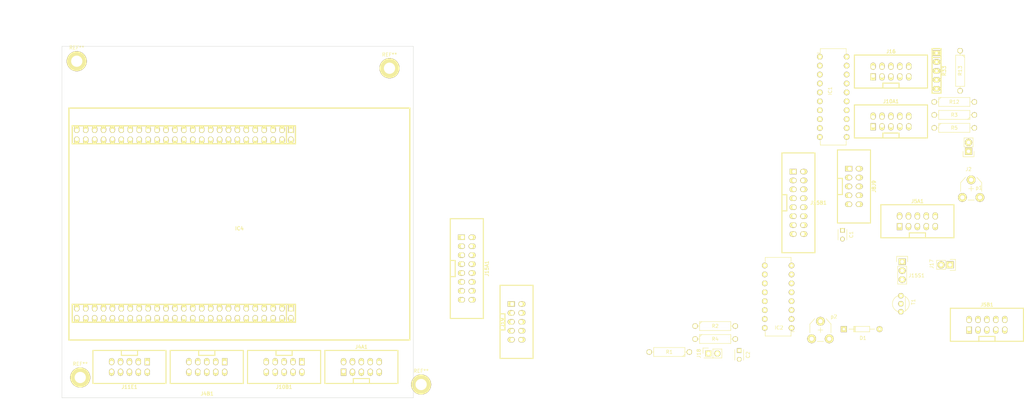
<source format=kicad_pcb>
(kicad_pcb (version 4) (host pcbnew 4.0.2-stable)

  (general
    (links 201)
    (no_connects 201)
    (area 45.749299 59.733789 145.849301 159.833791)
    (thickness 1.6)
    (drawings 7)
    (tracks 0)
    (zones 0)
    (modules 37)
    (nets 111)
  )

  (page A4 portrait)
  (layers
    (0 F.Cu signal)
    (31 B.Cu signal)
    (33 F.Adhes user)
    (35 F.Paste user)
    (37 F.SilkS user)
    (39 F.Mask user)
    (40 Dwgs.User user)
    (41 Cmts.User user)
    (42 Eco1.User user)
    (43 Eco2.User user)
    (44 Edge.Cuts user)
    (45 Margin user)
    (47 F.CrtYd user)
    (49 F.Fab user)
  )

  (setup
    (last_trace_width 0.5)
    (trace_clearance 0.5)
    (zone_clearance 0.508)
    (zone_45_only no)
    (trace_min 0.5)
    (segment_width 0.2)
    (edge_width 0.1)
    (via_size 1.5)
    (via_drill 1)
    (via_min_size 1.5)
    (via_min_drill 1)
    (uvia_size 0.3)
    (uvia_drill 0.1)
    (uvias_allowed no)
    (uvia_min_size 0.2)
    (uvia_min_drill 0.1)
    (pcb_text_width 0.3)
    (pcb_text_size 1.5 1.5)
    (mod_edge_width 0.15)
    (mod_text_size 1 1)
    (mod_text_width 0.15)
    (pad_size 1.5 1.5)
    (pad_drill 0.6)
    (pad_to_mask_clearance 0)
    (aux_axis_origin 0 0)
    (grid_origin 50 150)
    (visible_elements 7FFFFFFF)
    (pcbplotparams
      (layerselection 0x01020_80000001)
      (usegerberextensions false)
      (excludeedgelayer true)
      (linewidth 0.100000)
      (plotframeref false)
      (viasonmask false)
      (mode 1)
      (useauxorigin false)
      (hpglpennumber 1)
      (hpglpenspeed 20)
      (hpglpendiameter 15)
      (hpglpenoverlay 2)
      (psnegative false)
      (psa4output false)
      (plotreference true)
      (plotvalue true)
      (plotinvisibletext false)
      (padsonsilk false)
      (subtractmaskfromsilk false)
      (outputformat 1)
      (mirror false)
      (drillshape 0)
      (scaleselection 1)
      (outputdirectory gerber/3/))
  )

  (net 0 "")
  (net 1 "Net-(C1-Pad1)")
  (net 2 GND)
  (net 3 +5V)
  (net 4 /PD0)
  (net 5 /PD1)
  (net 6 /PB8)
  (net 7 /PA15)
  (net 8 /PB3)
  (net 9 /PB5)
  (net 10 /PD10)
  (net 11 /PB12)
  (net 12 /PB13)
  (net 13 /PB15)
  (net 14 "Net-(IC1-Pad11)")
  (net 15 "Net-(IC1-Pad12)")
  (net 16 "Net-(IC1-Pad13)")
  (net 17 "Net-(IC1-Pad14)")
  (net 18 "Net-(IC1-Pad15)")
  (net 19 "Net-(IC1-Pad16)")
  (net 20 "Net-(IC1-Pad17)")
  (net 21 "Net-(IC1-Pad18)")
  (net 22 "Net-(IC2-Pad1)")
  (net 23 "Net-(IC2-Pad2)")
  (net 24 "Net-(IC2-Pad3)")
  (net 25 "Net-(IC2-Pad4)")
  (net 26 "Net-(IC2-Pad5)")
  (net 27 "Net-(IC2-Pad6)")
  (net 28 /PD7)
  (net 29 "Net-(IC2-Pad9)")
  (net 30 /PD6)
  (net 31 /PD3)
  (net 32 /PC11)
  (net 33 /PA8)
  (net 34 "Net-(IC2-Pad15)")
  (net 35 /PB10)
  (net 36 /PB11)
  (net 37 /PB6)
  (net 38 /PB9)
  (net 39 +3V3)
  (net 40 "Net-(J5A1-Pad3)")
  (net 41 /PC1)
  (net 42 /PC2)
  (net 43 /PA1)
  (net 44 /PA4)
  (net 45 "Net-(J5B1-Pad3)")
  (net 46 /PC4)
  (net 47 /PC5)
  (net 48 /PB0)
  (net 49 /PB1)
  (net 50 /PB14)
  (net 51 /PE8)
  (net 52 /PE9)
  (net 53 /PE10)
  (net 54 /PE11)
  (net 55 /PE12)
  (net 56 /PE13)
  (net 57 /PE14)
  (net 58 /PE15)
  (net 59 /PC13)
  (net 60 /PC14)
  (net 61 /PC15)
  (net 62 /PE2)
  (net 63 /PE4)
  (net 64 /PE5)
  (net 65 /PE6)
  (net 66 /PE7)
  (net 67 /PD9)
  (net 68 /PA3)
  (net 69 /PD2)
  (net 70 /PB7)
  (net 71 /PD8)
  (net 72 /PA2)
  (net 73 /PC12)
  (net 74 /PC6)
  (net 75 "Net-(J15A1-Pad2)")
  (net 76 /PC8)
  (net 77 "Net-(J15A1-Pad13)")
  (net 78 /PC9)
  (net 79 /PA6)
  (net 80 /PA7)
  (net 81 /PA5)
  (net 82 /PD11)
  (net 83 /PB2)
  (net 84 /PA9)
  (net 85 /PB4)
  (net 86 "Net-(R13-Pad1)")
  (net 87 "Net-(R13-Pad2)")
  (net 88 "Net-(IC4-Pad59)")
  (net 89 "Net-(IC4-Pad61)")
  (net 90 "Net-(IC4-Pad63)")
  (net 91 "Net-(IC4-Pad71)")
  (net 92 "Net-(IC4-Pad79)")
  (net 93 "Net-(IC4-Pad83)")
  (net 94 "Net-(IC4-Pad93)")
  (net 95 "Net-(IC4-Pad96)")
  (net 96 "Net-(IC4-Pad94)")
  (net 97 "Net-(IC4-Pad86)")
  (net 98 "Net-(IC4-Pad84)")
  (net 99 "Net-(IC4-Pad70)")
  (net 100 "Net-(IC4-Pad60)")
  (net 101 "Net-(IC4-Pad54)")
  (net 102 "Net-(IC4-Pad48)")
  (net 103 "Net-(IC4-Pad46)")
  (net 104 "Net-(IC4-Pad44)")
  (net 105 "Net-(IC4-Pad12)")
  (net 106 "Net-(IC4-Pad8)")
  (net 107 "Net-(IC4-Pad6)")
  (net 108 "Net-(IC4-Pad9)")
  (net 109 "Net-(IC4-Pad45)")
  (net 110 "Net-(IC4-Pad47)")

  (net_class Default "Ceci est la Netclass par défaut"
    (clearance 0.5)
    (trace_width 0.5)
    (via_dia 1.5)
    (via_drill 1)
    (uvia_dia 0.3)
    (uvia_drill 0.1)
    (add_net +3V3)
    (add_net +5V)
    (add_net /PA1)
    (add_net /PA15)
    (add_net /PA2)
    (add_net /PA3)
    (add_net /PA4)
    (add_net /PA5)
    (add_net /PA6)
    (add_net /PA7)
    (add_net /PA8)
    (add_net /PA9)
    (add_net /PB0)
    (add_net /PB1)
    (add_net /PB10)
    (add_net /PB11)
    (add_net /PB12)
    (add_net /PB13)
    (add_net /PB14)
    (add_net /PB15)
    (add_net /PB2)
    (add_net /PB3)
    (add_net /PB4)
    (add_net /PB5)
    (add_net /PB6)
    (add_net /PB7)
    (add_net /PB8)
    (add_net /PB9)
    (add_net /PC1)
    (add_net /PC11)
    (add_net /PC12)
    (add_net /PC13)
    (add_net /PC14)
    (add_net /PC15)
    (add_net /PC2)
    (add_net /PC4)
    (add_net /PC5)
    (add_net /PC6)
    (add_net /PC8)
    (add_net /PC9)
    (add_net /PD0)
    (add_net /PD1)
    (add_net /PD10)
    (add_net /PD11)
    (add_net /PD2)
    (add_net /PD3)
    (add_net /PD6)
    (add_net /PD7)
    (add_net /PD8)
    (add_net /PD9)
    (add_net /PE10)
    (add_net /PE11)
    (add_net /PE12)
    (add_net /PE13)
    (add_net /PE14)
    (add_net /PE15)
    (add_net /PE2)
    (add_net /PE4)
    (add_net /PE5)
    (add_net /PE6)
    (add_net /PE7)
    (add_net /PE8)
    (add_net /PE9)
    (add_net GND)
    (add_net "Net-(C1-Pad1)")
    (add_net "Net-(IC1-Pad11)")
    (add_net "Net-(IC1-Pad12)")
    (add_net "Net-(IC1-Pad13)")
    (add_net "Net-(IC1-Pad14)")
    (add_net "Net-(IC1-Pad15)")
    (add_net "Net-(IC1-Pad16)")
    (add_net "Net-(IC1-Pad17)")
    (add_net "Net-(IC1-Pad18)")
    (add_net "Net-(IC2-Pad1)")
    (add_net "Net-(IC2-Pad15)")
    (add_net "Net-(IC2-Pad2)")
    (add_net "Net-(IC2-Pad3)")
    (add_net "Net-(IC2-Pad4)")
    (add_net "Net-(IC2-Pad5)")
    (add_net "Net-(IC2-Pad6)")
    (add_net "Net-(IC2-Pad9)")
    (add_net "Net-(IC4-Pad12)")
    (add_net "Net-(IC4-Pad44)")
    (add_net "Net-(IC4-Pad45)")
    (add_net "Net-(IC4-Pad46)")
    (add_net "Net-(IC4-Pad47)")
    (add_net "Net-(IC4-Pad48)")
    (add_net "Net-(IC4-Pad54)")
    (add_net "Net-(IC4-Pad59)")
    (add_net "Net-(IC4-Pad6)")
    (add_net "Net-(IC4-Pad60)")
    (add_net "Net-(IC4-Pad61)")
    (add_net "Net-(IC4-Pad63)")
    (add_net "Net-(IC4-Pad70)")
    (add_net "Net-(IC4-Pad71)")
    (add_net "Net-(IC4-Pad79)")
    (add_net "Net-(IC4-Pad8)")
    (add_net "Net-(IC4-Pad83)")
    (add_net "Net-(IC4-Pad84)")
    (add_net "Net-(IC4-Pad86)")
    (add_net "Net-(IC4-Pad9)")
    (add_net "Net-(IC4-Pad93)")
    (add_net "Net-(IC4-Pad94)")
    (add_net "Net-(IC4-Pad96)")
    (add_net "Net-(J15A1-Pad13)")
    (add_net "Net-(J15A1-Pad2)")
    (add_net "Net-(J5A1-Pad3)")
    (add_net "Net-(J5B1-Pad3)")
    (add_net "Net-(R13-Pad1)")
    (add_net "Net-(R13-Pad2)")
  )

  (module w_conn_misc:stm32f4_discovery_header (layer F.Cu) (tedit 57AC2B6D) (tstamp 5775A5DA)
    (at 101.28 99.33)
    (descr "STM32 F4 Discovery Header")
    (tags "STM32F4 Discovery")
    (path /5773FD6F)
    (fp_text reference IC4 (at 0 1.27) (layer F.SilkS)
      (effects (font (size 1.016 1.016) (thickness 0.2032)))
    )
    (fp_text value STM32F4_Discovery_Header (at 0 -1.27) (layer F.SilkS) hide
      (effects (font (size 1.016 0.889) (thickness 0.2032)))
    )
    (fp_line (start -47.55 22.86) (end 15.95 22.86) (layer F.SilkS) (width 0.381))
    (fp_line (start 15.95 22.86) (end 15.95 27.94) (layer F.SilkS) (width 0.381))
    (fp_line (start -47.55 22.86) (end -47.55 27.94) (layer F.SilkS) (width 0.381))
    (fp_line (start -47.55 27.94) (end 15.95 27.94) (layer F.SilkS) (width 0.381))
    (fp_line (start 13.3985 22.86) (end 13.3985 27.94) (layer F.SilkS) (width 0.381))
    (fp_line (start 13.3985 -27.94) (end 13.3985 -22.86) (layer F.SilkS) (width 0.381))
    (fp_line (start -47.55 -22.86) (end 15.95 -22.86) (layer F.SilkS) (width 0.381))
    (fp_line (start 48.5 -33) (end -48.5 -33) (layer F.SilkS) (width 0.381))
    (fp_line (start -48.5 33) (end 48.5 33) (layer F.SilkS) (width 0.381))
    (fp_line (start 48.5 33) (end 48.5 -33) (layer F.SilkS) (width 0.381))
    (fp_line (start -48.5 33) (end -48.5 -33) (layer F.SilkS) (width 0.381))
    (fp_line (start -47.55 -27.94) (end -47.55 -22.86) (layer F.SilkS) (width 0.381))
    (fp_line (start 15.95 -27.94) (end 15.95 -22.86) (layer F.SilkS) (width 0.381))
    (fp_line (start -47.55 -27.94) (end 15.95 -27.94) (layer F.SilkS) (width 0.381))
    (pad 51 thru_hole oval (at -46.28 24.13) (size 1.5 2) (drill 0.99822 (offset 0 -0.25)) (layers *.Cu *.Mask F.SilkS)
      (net 2 GND))
    (pad 53 thru_hole oval (at -43.74 24.13) (size 1.5 2) (drill 0.99822 (offset 0 -0.25)) (layers *.Cu *.Mask F.SilkS)
      (net 74 /PC6))
    (pad 55 thru_hole oval (at -41.2 24.13) (size 1.5 2) (drill 0.99822 (offset 0 -0.25)) (layers *.Cu *.Mask F.SilkS)
      (net 76 /PC8))
    (pad 57 thru_hole oval (at -38.66 24.13) (size 1.5 2) (drill 0.99822 (offset 0 -0.25)) (layers *.Cu *.Mask F.SilkS)
      (net 33 /PA8))
    (pad 59 thru_hole oval (at -36.12 24.13) (size 1.5 2) (drill 0.99822 (offset 0 -0.25)) (layers *.Cu *.Mask F.SilkS)
      (net 88 "Net-(IC4-Pad59)"))
    (pad 61 thru_hole oval (at -33.58 24.13) (size 1.5 2) (drill 0.99822 (offset 0 -0.25)) (layers *.Cu *.Mask F.SilkS)
      (net 89 "Net-(IC4-Pad61)"))
    (pad 63 thru_hole oval (at -31.04 24.13) (size 1.5 2) (drill 0.99822 (offset 0 -0.25)) (layers *.Cu *.Mask F.SilkS)
      (net 90 "Net-(IC4-Pad63)"))
    (pad 65 thru_hole oval (at -28.5 24.13) (size 1.5 2) (drill 0.99822 (offset 0 -0.25)) (layers *.Cu *.Mask F.SilkS)
      (net 73 /PC12))
    (pad 67 thru_hole oval (at -25.96 24.13) (size 1.5 2) (drill 0.99822 (offset 0 -0.25)) (layers *.Cu *.Mask F.SilkS)
      (net 5 /PD1))
    (pad 69 thru_hole oval (at -23.42 24.13) (size 1.5 2) (drill 0.99822 (offset 0 -0.25)) (layers *.Cu *.Mask F.SilkS)
      (net 31 /PD3))
    (pad 71 thru_hole oval (at -20.88 24.13) (size 1.5 2) (drill 0.99822 (offset 0 -0.25)) (layers *.Cu *.Mask F.SilkS)
      (net 91 "Net-(IC4-Pad71)"))
    (pad 73 thru_hole oval (at -18.34 24.13) (size 1.5 2) (drill 0.99822 (offset 0 -0.25)) (layers *.Cu *.Mask F.SilkS)
      (net 28 /PD7))
    (pad 75 thru_hole oval (at -15.8 24.13) (size 1.5 2) (drill 0.99822 (offset 0 -0.25)) (layers *.Cu *.Mask F.SilkS)
      (net 85 /PB4))
    (pad 77 thru_hole oval (at -13.26 24.13) (size 1.5 2) (drill 0.99822 (offset 0 -0.25)) (layers *.Cu *.Mask F.SilkS)
      (net 37 /PB6))
    (pad 79 thru_hole oval (at -10.72 24.13) (size 1.5 2) (drill 0.99822 (offset 0 -0.25)) (layers *.Cu *.Mask F.SilkS)
      (net 92 "Net-(IC4-Pad79)"))
    (pad 81 thru_hole oval (at -8.18 24.13) (size 1.5 2) (drill 0.99822 (offset 0 -0.25)) (layers *.Cu *.Mask F.SilkS)
      (net 6 /PB8))
    (pad 83 thru_hole oval (at -5.64 24.13) (size 1.5 2) (drill 0.99822 (offset 0 -0.25)) (layers *.Cu *.Mask F.SilkS)
      (net 93 "Net-(IC4-Pad83)"))
    (pad 85 thru_hole oval (at -3.1 24.13) (size 1.5 2) (drill 0.99822 (offset 0 -0.25)) (layers *.Cu *.Mask F.SilkS)
      (net 62 /PE2))
    (pad 87 thru_hole oval (at -0.56 24.13) (size 1.5 2) (drill 0.99822 (offset 0 -0.25)) (layers *.Cu *.Mask F.SilkS)
      (net 63 /PE4))
    (pad 89 thru_hole oval (at 1.98 24.13) (size 1.5 2) (drill 0.99822 (offset 0 -0.25)) (layers *.Cu *.Mask F.SilkS)
      (net 65 /PE6))
    (pad 91 thru_hole oval (at 4.52 24.13) (size 1.5 2) (drill 0.99822 (offset 0 -0.25)) (layers *.Cu *.Mask F.SilkS)
      (net 60 /PC14))
    (pad 93 thru_hole oval (at 7.06 24.13) (size 1.5 2) (drill 0.99822 (offset 0 -0.25)) (layers *.Cu *.Mask F.SilkS)
      (net 94 "Net-(IC4-Pad93)"))
    (pad 95 thru_hole oval (at 9.6 24.13) (size 1.5 2) (drill 0.99822 (offset 0 -0.25)) (layers *.Cu *.Mask F.SilkS)
      (net 39 +3V3))
    (pad 97 thru_hole oval (at 12.14 24.13) (size 1.5 2) (drill 0.99822 (offset 0 -0.25)) (layers *.Cu *.Mask F.SilkS)
      (net 3 +5V))
    (pad 99 thru_hole rect (at 14.68 24.13) (size 1.5 2) (drill 1.00076 (offset 0 -0.25)) (layers *.Cu *.Mask F.SilkS)
      (net 2 GND))
    (pad 100 thru_hole oval (at 14.68 26.67) (size 1.5 2) (drill 1.00076 (offset 0 0.25)) (layers *.Cu *.Mask F.SilkS)
      (net 2 GND))
    (pad 98 thru_hole oval (at 12.14 26.67) (size 1.5 2) (drill 1.00076 (offset 0 0.25)) (layers *.Cu *.Mask F.SilkS)
      (net 3 +5V))
    (pad 96 thru_hole oval (at 9.6 26.67) (size 1.5 2) (drill 1.00076 (offset 0 0.25)) (layers *.Cu *.Mask F.SilkS)
      (net 95 "Net-(IC4-Pad96)"))
    (pad 94 thru_hole oval (at 7.06 26.67) (size 1.5 2) (drill 1.00076 (offset 0 0.25)) (layers *.Cu *.Mask F.SilkS)
      (net 96 "Net-(IC4-Pad94)"))
    (pad 92 thru_hole oval (at 4.52 26.67) (size 1.5 2) (drill 1.00076 (offset 0 0.25)) (layers *.Cu *.Mask F.SilkS)
      (net 61 /PC15))
    (pad 90 thru_hole oval (at 1.98 26.67) (size 1.5 2) (drill 1.00076 (offset 0 0.25)) (layers *.Cu *.Mask F.SilkS)
      (net 59 /PC13))
    (pad 88 thru_hole oval (at -0.56 26.67) (size 1.5 2) (drill 1.00076 (offset 0 0.25)) (layers *.Cu *.Mask F.SilkS)
      (net 64 /PE5))
    (pad 86 thru_hole oval (at -3.1 26.67) (size 1.5 2) (drill 1.00076 (offset 0 0.25)) (layers *.Cu *.Mask F.SilkS)
      (net 97 "Net-(IC4-Pad86)"))
    (pad 84 thru_hole oval (at -5.64 26.67) (size 1.5 2) (drill 1.00076 (offset 0 0.25)) (layers *.Cu *.Mask F.SilkS)
      (net 98 "Net-(IC4-Pad84)"))
    (pad 82 thru_hole oval (at -8.18 26.67) (size 1.5 2) (drill 1.00076 (offset 0 0.25)) (layers *.Cu *.Mask F.SilkS)
      (net 38 /PB9))
    (pad 80 thru_hole oval (at -10.72 26.67) (size 1.5 2) (drill 1.00076 (offset 0 0.25)) (layers *.Cu *.Mask F.SilkS)
      (net 39 +3V3))
    (pad 78 thru_hole oval (at -13.26 26.67) (size 1.5 2) (drill 1.00076 (offset 0 0.25)) (layers *.Cu *.Mask F.SilkS)
      (net 70 /PB7))
    (pad 76 thru_hole oval (at -15.8 26.67) (size 1.5 2) (drill 1.00076 (offset 0 0.25)) (layers *.Cu *.Mask F.SilkS)
      (net 9 /PB5))
    (pad 74 thru_hole oval (at -18.34 26.67) (size 1.5 2) (drill 1.00076 (offset 0 0.25)) (layers *.Cu *.Mask F.SilkS)
      (net 8 /PB3))
    (pad 72 thru_hole oval (at -20.88 26.67) (size 1.5 2) (drill 1.00076 (offset 0 0.25)) (layers *.Cu *.Mask F.SilkS)
      (net 30 /PD6))
    (pad 70 thru_hole oval (at -23.42 26.67) (size 1.5 2) (drill 1.00076 (offset 0 0.25)) (layers *.Cu *.Mask F.SilkS)
      (net 99 "Net-(IC4-Pad70)"))
    (pad 68 thru_hole oval (at -25.96 26.67) (size 1.5 2) (drill 1.00076 (offset 0 0.25)) (layers *.Cu *.Mask F.SilkS)
      (net 69 /PD2))
    (pad 66 thru_hole oval (at -28.5 26.67) (size 1.5 2) (drill 1.00076 (offset 0 0.25)) (layers *.Cu *.Mask F.SilkS)
      (net 4 /PD0))
    (pad 64 thru_hole oval (at -31.04 26.67) (size 1.5 2) (drill 1.00076 (offset 0 0.25)) (layers *.Cu *.Mask F.SilkS)
      (net 32 /PC11))
    (pad 62 thru_hole oval (at -33.58 26.67) (size 1.5 2) (drill 1.00076 (offset 0 0.25)) (layers *.Cu *.Mask F.SilkS)
      (net 7 /PA15))
    (pad 60 thru_hole oval (at -36.12 26.67) (size 1.5 2) (drill 1.00076 (offset 0 0.25)) (layers *.Cu *.Mask F.SilkS)
      (net 100 "Net-(IC4-Pad60)"))
    (pad 58 thru_hole oval (at -38.66 26.67) (size 1.5 2) (drill 1.00076 (offset 0 0.25)) (layers *.Cu *.Mask F.SilkS)
      (net 84 /PA9))
    (pad 56 thru_hole oval (at -41.2 26.67) (size 1.5 2) (drill 1.00076 (offset 0 0.25)) (layers *.Cu *.Mask F.SilkS)
      (net 78 /PC9))
    (pad 54 thru_hole oval (at -43.74 26.67) (size 1.5 2) (drill 1.00076 (offset 0 0.25)) (layers *.Cu *.Mask F.SilkS)
      (net 101 "Net-(IC4-Pad54)"))
    (pad 52 thru_hole oval (at -46.28 26.67) (size 1.5 2) (drill 1.00076 (offset 0 0.25)) (layers *.Cu *.Mask F.SilkS)
      (net 2 GND))
    (pad 50 thru_hole oval (at -46.28 -24.13) (size 1.5 2) (drill 1.00076 (offset 0 0.25)) (layers *.Cu *.Mask F.SilkS)
      (net 2 GND))
    (pad 48 thru_hole oval (at -43.74 -24.13) (size 1.5 2) (drill 1.00076 (offset 0 0.25)) (layers *.Cu *.Mask F.SilkS)
      (net 102 "Net-(IC4-Pad48)"))
    (pad 46 thru_hole oval (at -41.2 -24.13) (size 1.5 2) (drill 1.00076 (offset 0 0.25)) (layers *.Cu *.Mask F.SilkS)
      (net 103 "Net-(IC4-Pad46)"))
    (pad 44 thru_hole oval (at -38.66 -24.13) (size 1.5 2) (drill 1.00076 (offset 0 0.25)) (layers *.Cu *.Mask F.SilkS)
      (net 104 "Net-(IC4-Pad44)"))
    (pad 42 thru_hole oval (at -36.12 -24.13) (size 1.5 2) (drill 1.00076 (offset 0 0.25)) (layers *.Cu *.Mask F.SilkS)
      (net 10 /PD10))
    (pad 40 thru_hole oval (at -33.58 -24.13) (size 1.5 2) (drill 1.00076 (offset 0 0.25)) (layers *.Cu *.Mask F.SilkS)
      (net 71 /PD8))
    (pad 38 thru_hole oval (at -31.04 -24.13) (size 1.5 2) (drill 1.00076 (offset 0 0.25)) (layers *.Cu *.Mask F.SilkS)
      (net 50 /PB14))
    (pad 36 thru_hole oval (at -28.5 -24.13) (size 1.5 2) (drill 1.00076 (offset 0 0.25)) (layers *.Cu *.Mask F.SilkS)
      (net 11 /PB12))
    (pad 34 thru_hole oval (at -25.96 -24.13) (size 1.5 2) (drill 1.00076 (offset 0 0.25)) (layers *.Cu *.Mask F.SilkS)
      (net 35 /PB10))
    (pad 32 thru_hole oval (at -23.42 -24.13) (size 1.5 2) (drill 1.00076 (offset 0 0.25)) (layers *.Cu *.Mask F.SilkS)
      (net 57 /PE14))
    (pad 30 thru_hole oval (at -20.88 -24.13) (size 1.5 2) (drill 1.00076 (offset 0 0.25)) (layers *.Cu *.Mask F.SilkS)
      (net 55 /PE12))
    (pad 28 thru_hole oval (at -18.34 -24.13) (size 1.5 2) (drill 1.00076 (offset 0 0.25)) (layers *.Cu *.Mask F.SilkS)
      (net 53 /PE10))
    (pad 26 thru_hole oval (at -15.8 -24.13) (size 1.5 2) (drill 1.00076 (offset 0 0.25)) (layers *.Cu *.Mask F.SilkS)
      (net 51 /PE8))
    (pad 24 thru_hole oval (at -13.26 -24.13) (size 1.5 2) (drill 1.00076 (offset 0 0.25)) (layers *.Cu *.Mask F.SilkS)
      (net 83 /PB2))
    (pad 22 thru_hole oval (at -10.72 -24.13) (size 1.5 2) (drill 1.00076 (offset 0 0.25)) (layers *.Cu *.Mask F.SilkS)
      (net 48 /PB0))
    (pad 20 thru_hole oval (at -8.18 -24.13) (size 1.5 2) (drill 1.00076 (offset 0 0.25)) (layers *.Cu *.Mask F.SilkS)
      (net 46 /PC4))
    (pad 18 thru_hole oval (at -5.64 -24.13) (size 1.5 2) (drill 1.00076 (offset 0 0.25)) (layers *.Cu *.Mask F.SilkS)
      (net 79 /PA6))
    (pad 16 thru_hole oval (at -3.1 -24.13) (size 1.5 2) (drill 1.00076 (offset 0 0.25)) (layers *.Cu *.Mask F.SilkS)
      (net 44 /PA4))
    (pad 14 thru_hole oval (at -0.56 -24.13) (size 1.5 2) (drill 1.00076 (offset 0 0.25)) (layers *.Cu *.Mask F.SilkS)
      (net 72 /PA2))
    (pad 12 thru_hole oval (at 1.98 -24.13) (size 1.5 2) (drill 1.00076 (offset 0 0.25)) (layers *.Cu *.Mask F.SilkS)
      (net 105 "Net-(IC4-Pad12)"))
    (pad 10 thru_hole oval (at 4.52 -24.13) (size 1.5 2) (drill 1.00076 (offset 0 0.25)) (layers *.Cu *.Mask F.SilkS)
      (net 42 /PC2))
    (pad 8 thru_hole oval (at 7.06 -24.13) (size 1.5 2) (drill 1.00076 (offset 0 0.25)) (layers *.Cu *.Mask F.SilkS)
      (net 106 "Net-(IC4-Pad8)"))
    (pad 6 thru_hole oval (at 9.6 -24.13) (size 1.5 2) (drill 1.00076 (offset 0 0.25)) (layers *.Cu *.Mask F.SilkS)
      (net 107 "Net-(IC4-Pad6)"))
    (pad 4 thru_hole oval (at 12.14 -24.13) (size 1.5 2) (drill 1.00076 (offset 0 0.25)) (layers *.Cu *.Mask F.SilkS)
      (net 39 +3V3))
    (pad 2 thru_hole oval (at 14.68 -24.13) (size 1.5 2) (drill 1.00076 (offset 0 0.25)) (layers *.Cu *.Mask F.SilkS)
      (net 2 GND))
    (pad 1 thru_hole rect (at 14.68 -26.67) (size 1.5 2) (drill 1.00076 (offset 0 -0.25)) (layers *.Cu *.Mask F.SilkS)
      (net 2 GND))
    (pad 3 thru_hole oval (at 12.14 -26.67) (size 1.5 2) (drill 0.99822 (offset 0 -0.25)) (layers *.Cu *.Mask F.SilkS)
      (net 39 +3V3))
    (pad 5 thru_hole oval (at 9.6 -26.67) (size 1.5 2) (drill 0.99822 (offset 0 -0.25)) (layers *.Cu *.Mask F.SilkS)
      (net 2 GND))
    (pad 7 thru_hole oval (at 7.06 -26.67) (size 1.5 2) (drill 0.99822 (offset 0 -0.25)) (layers *.Cu *.Mask F.SilkS)
      (net 41 /PC1))
    (pad 9 thru_hole oval (at 4.52 -26.67) (size 1.5 2) (drill 0.99822 (offset 0 -0.25)) (layers *.Cu *.Mask F.SilkS)
      (net 108 "Net-(IC4-Pad9)"))
    (pad 11 thru_hole oval (at 1.98 -26.67) (size 1.5 2) (drill 0.99822 (offset 0 -0.25)) (layers *.Cu *.Mask F.SilkS)
      (net 43 /PA1))
    (pad 13 thru_hole oval (at -0.56 -26.67) (size 1.5 2) (drill 0.99822 (offset 0 -0.25)) (layers *.Cu *.Mask F.SilkS)
      (net 68 /PA3))
    (pad 15 thru_hole oval (at -3.1 -26.67) (size 1.5 2) (drill 0.99822 (offset 0 -0.25)) (layers *.Cu *.Mask F.SilkS)
      (net 81 /PA5))
    (pad 17 thru_hole oval (at -5.64 -26.67) (size 1.5 2) (drill 0.99822 (offset 0 -0.25)) (layers *.Cu *.Mask F.SilkS)
      (net 80 /PA7))
    (pad 19 thru_hole oval (at -8.18 -26.67) (size 1.5 2) (drill 0.99822 (offset 0 -0.25)) (layers *.Cu *.Mask F.SilkS)
      (net 47 /PC5))
    (pad 21 thru_hole oval (at -10.72 -26.67) (size 1.5 2) (drill 0.99822 (offset 0 -0.25)) (layers *.Cu *.Mask F.SilkS)
      (net 49 /PB1))
    (pad 23 thru_hole oval (at -13.26 -26.67) (size 1.5 2) (drill 0.99822 (offset 0 -0.25)) (layers *.Cu *.Mask F.SilkS)
      (net 2 GND))
    (pad 25 thru_hole oval (at -15.8 -26.67) (size 1.5 2) (drill 0.99822 (offset 0 -0.25)) (layers *.Cu *.Mask F.SilkS)
      (net 66 /PE7))
    (pad 27 thru_hole oval (at -18.34 -26.67) (size 1.5 2) (drill 0.99822 (offset 0 -0.25)) (layers *.Cu *.Mask F.SilkS)
      (net 52 /PE9))
    (pad 29 thru_hole oval (at -20.88 -26.67) (size 1.5 2) (drill 0.99822 (offset 0 -0.25)) (layers *.Cu *.Mask F.SilkS)
      (net 54 /PE11))
    (pad 31 thru_hole oval (at -23.42 -26.67) (size 1.5 2) (drill 0.99822 (offset 0 -0.25)) (layers *.Cu *.Mask F.SilkS)
      (net 56 /PE13))
    (pad 33 thru_hole oval (at -25.96 -26.67) (size 1.5 2) (drill 0.99822 (offset 0 -0.25)) (layers *.Cu *.Mask F.SilkS)
      (net 58 /PE15))
    (pad 35 thru_hole oval (at -28.5 -26.67) (size 1.5 2) (drill 0.99822 (offset 0 -0.25)) (layers *.Cu *.Mask F.SilkS)
      (net 36 /PB11))
    (pad 37 thru_hole oval (at -31.04 -26.67) (size 1.5 2) (drill 0.99822 (offset 0 -0.25)) (layers *.Cu *.Mask F.SilkS)
      (net 12 /PB13))
    (pad 39 thru_hole oval (at -33.58 -26.67) (size 1.5 2) (drill 0.99822 (offset 0 -0.25)) (layers *.Cu *.Mask F.SilkS)
      (net 13 /PB15))
    (pad 41 thru_hole oval (at -36.12 -26.67) (size 1.5 2) (drill 0.99822 (offset 0 -0.25)) (layers *.Cu *.Mask F.SilkS)
      (net 67 /PD9))
    (pad 43 thru_hole oval (at -38.66 -26.67) (size 1.5 2) (drill 0.99822 (offset 0 -0.25)) (layers *.Cu *.Mask F.SilkS)
      (net 82 /PD11))
    (pad 45 thru_hole oval (at -41.2 -26.67) (size 1.5 2) (drill 0.99822 (offset 0 -0.25)) (layers *.Cu *.Mask F.SilkS)
      (net 109 "Net-(IC4-Pad45)"))
    (pad 47 thru_hole oval (at -43.74 -26.67) (size 1.5 2) (drill 0.99822 (offset 0 -0.25)) (layers *.Cu *.Mask F.SilkS)
      (net 110 "Net-(IC4-Pad47)"))
    (pad 49 thru_hole oval (at -46.28 -26.67) (size 1.5 2) (drill 0.99822 (offset 0 -0.25)) (layers *.Cu *.Mask F.SilkS)
      (net 2 GND))
    (model walter/conn_misc/stm32f4_discovery_header.wrl
      (at (xyz 0 0 0))
      (scale (xyz 1 1 1))
      (rotate (xyz 0 0 0))
    )
  )

  (module w_conn_strip:vasch_strip_5x2 (layer F.Cu) (tedit 53DE0503) (tstamp 57759719)
    (at 286.691702 55.938589)
    (descr "Box header 5x2pin 2.54mm")
    (tags "CONN DEV")
    (path /5774DD4B)
    (fp_text reference J16 (at 0 -5.7) (layer F.SilkS)
      (effects (font (size 1 1) (thickness 0.2032)))
    )
    (fp_text value CONN_02X05 (at 0 5.7) (layer F.SilkS) hide
      (effects (font (size 1 1) (thickness 0.2032)))
    )
    (fp_line (start -10.4 4.7) (end 10.4 4.7) (layer F.SilkS) (width 0.3048))
    (fp_line (start 10.4 -4.7) (end -10.4 -4.7) (layer F.SilkS) (width 0.3048))
    (fp_line (start -10.4 -4.7) (end -10.4 4.7) (layer F.SilkS) (width 0.3048))
    (fp_line (start 10.4 -4.7) (end 10.4 4.7) (layer F.SilkS) (width 0.3048))
    (fp_line (start 2.3 4.7) (end 2.3 3.3) (layer F.SilkS) (width 0.29972))
    (fp_line (start 2.3 3.3) (end -2.3 3.3) (layer F.SilkS) (width 0.29972))
    (fp_line (start -2.3 3.3) (end -2.3 4.7) (layer F.SilkS) (width 0.29972))
    (pad 9 thru_hole oval (at 5.08 1.27) (size 1.5 2) (drill 1 (offset 0 0.25)) (layers *.Cu *.Mask F.SilkS)
      (net 82 /PD11))
    (pad 10 thru_hole oval (at 5.08 -1.27) (size 1.5 2) (drill 1 (offset 0 -0.25)) (layers *.Cu *.Mask F.SilkS)
      (net 83 /PB2))
    (pad 8 thru_hole oval (at 2.54 -1.27) (size 1.5 2) (drill 1 (offset 0 -0.25)) (layers *.Cu *.Mask F.SilkS)
      (net 81 /PA5))
    (pad 7 thru_hole oval (at 2.54 1.27) (size 1.5 2) (drill 1 (offset 0 0.25)) (layers *.Cu *.Mask F.SilkS)
      (net 81 /PA5))
    (pad 1 thru_hole rect (at -5.08 1.27) (size 1.5 2) (drill 1 (offset 0 0.25)) (layers *.Cu *.Mask F.SilkS)
      (net 2 GND))
    (pad 2 thru_hole oval (at -5.08 -1.27) (size 1.5 2) (drill 1 (offset 0 -0.25)) (layers *.Cu *.Mask F.SilkS)
      (net 2 GND))
    (pad 3 thru_hole oval (at -2.54 1.27) (size 1.5 2) (drill 1 (offset 0 0.25)) (layers *.Cu *.Mask F.SilkS)
      (net 39 +3V3))
    (pad 4 thru_hole oval (at -2.54 -1.27) (size 1.5 2) (drill 1 (offset 0 -0.25)) (layers *.Cu *.Mask F.SilkS)
      (net 39 +3V3))
    (pad 5 thru_hole oval (at 0 1.27) (size 1.5 2) (drill 1 (offset 0 0.25)) (layers *.Cu *.Mask F.SilkS)
      (net 79 /PA6))
    (pad 6 thru_hole oval (at 0 -1.27) (size 1.5 2) (drill 1 (offset 0 -0.25)) (layers *.Cu *.Mask F.SilkS)
      (net 80 /PA7))
    (model walter/conn_strip/vasch_strip_5x2.wrl
      (at (xyz 0 0 0))
      (scale (xyz 1 1 1))
      (rotate (xyz 0 0 0))
    )
  )

  (module Mounting_Holes:MountingHole_3.2mm_M3_ISO7380_Pad (layer F.Cu) (tedit 56D1B4CB) (tstamp 5789E31E)
    (at 56 143)
    (descr "Mounting Hole 3.2mm, M3, ISO7380")
    (tags "mounting hole 3.2mm m3 iso7380")
    (fp_text reference REF** (at 0 -3.85) (layer F.SilkS)
      (effects (font (size 1 1) (thickness 0.15)))
    )
    (fp_text value MountingHole_3mm (at 0 3.85) (layer F.Fab)
      (effects (font (size 1 1) (thickness 0.15)))
    )
    (fp_circle (center 0 0) (end 2.85 0) (layer Cmts.User) (width 0.15))
    (fp_circle (center 0 0) (end 3.1 0) (layer F.CrtYd) (width 0.05))
    (pad 1 thru_hole circle (at 0 0) (size 5.7 5.7) (drill 3.2) (layers *.Cu *.Mask F.SilkS))
  )

  (module Housings_DIP:DIP-16_W7.62mm (layer F.Cu) (tedit 54130A77) (tstamp 57759666)
    (at 258.404302 128.90879 180)
    (descr "16-lead dip package, row spacing 7.62 mm (300 mils)")
    (tags "dil dip 2.54 300")
    (path /57741F17)
    (fp_text reference IC2 (at 3.58 0.08 180) (layer F.SilkS)
      (effects (font (size 1 1) (thickness 0.15)))
    )
    (fp_text value 74HC595 (at 0 -3.72 180) (layer F.Fab)
      (effects (font (size 1 1) (thickness 0.15)))
    )
    (fp_line (start -1.05 -2.45) (end -1.05 20.25) (layer F.CrtYd) (width 0.05))
    (fp_line (start 8.65 -2.45) (end 8.65 20.25) (layer F.CrtYd) (width 0.05))
    (fp_line (start -1.05 -2.45) (end 8.65 -2.45) (layer F.CrtYd) (width 0.05))
    (fp_line (start -1.05 20.25) (end 8.65 20.25) (layer F.CrtYd) (width 0.05))
    (fp_line (start 0.135 -2.295) (end 0.135 -1.025) (layer F.SilkS) (width 0.15))
    (fp_line (start 7.485 -2.295) (end 7.485 -1.025) (layer F.SilkS) (width 0.15))
    (fp_line (start 7.485 20.075) (end 7.485 18.805) (layer F.SilkS) (width 0.15))
    (fp_line (start 0.135 20.075) (end 0.135 18.805) (layer F.SilkS) (width 0.15))
    (fp_line (start 0.135 -2.295) (end 7.485 -2.295) (layer F.SilkS) (width 0.15))
    (fp_line (start 0.135 20.075) (end 7.485 20.075) (layer F.SilkS) (width 0.15))
    (fp_line (start 0.135 -1.025) (end -0.8 -1.025) (layer F.SilkS) (width 0.15))
    (pad 1 thru_hole oval (at 0 0 180) (size 1.6 1.6) (drill 0.8) (layers *.Cu *.Mask F.SilkS)
      (net 22 "Net-(IC2-Pad1)"))
    (pad 2 thru_hole oval (at 0 2.54 180) (size 1.6 1.6) (drill 0.8) (layers *.Cu *.Mask F.SilkS)
      (net 23 "Net-(IC2-Pad2)"))
    (pad 3 thru_hole oval (at 0 5.08 180) (size 1.6 1.6) (drill 0.8) (layers *.Cu *.Mask F.SilkS)
      (net 24 "Net-(IC2-Pad3)"))
    (pad 4 thru_hole oval (at 0 7.62 180) (size 1.6 1.6) (drill 0.8) (layers *.Cu *.Mask F.SilkS)
      (net 25 "Net-(IC2-Pad4)"))
    (pad 5 thru_hole oval (at 0 10.16 180) (size 1.6 1.6) (drill 0.8) (layers *.Cu *.Mask F.SilkS)
      (net 26 "Net-(IC2-Pad5)"))
    (pad 6 thru_hole oval (at 0 12.7 180) (size 1.6 1.6) (drill 0.8) (layers *.Cu *.Mask F.SilkS)
      (net 27 "Net-(IC2-Pad6)"))
    (pad 7 thru_hole oval (at 0 15.24 180) (size 1.6 1.6) (drill 0.8) (layers *.Cu *.Mask F.SilkS)
      (net 28 /PD7))
    (pad 8 thru_hole oval (at 0 17.78 180) (size 1.6 1.6) (drill 0.8) (layers *.Cu *.Mask F.SilkS)
      (net 2 GND))
    (pad 9 thru_hole oval (at 7.62 17.78 180) (size 1.6 1.6) (drill 0.8) (layers *.Cu *.Mask F.SilkS)
      (net 29 "Net-(IC2-Pad9)"))
    (pad 10 thru_hole oval (at 7.62 15.24 180) (size 1.6 1.6) (drill 0.8) (layers *.Cu *.Mask F.SilkS)
      (net 1 "Net-(C1-Pad1)"))
    (pad 11 thru_hole oval (at 7.62 12.7 180) (size 1.6 1.6) (drill 0.8) (layers *.Cu *.Mask F.SilkS)
      (net 30 /PD6))
    (pad 12 thru_hole oval (at 7.62 10.16 180) (size 1.6 1.6) (drill 0.8) (layers *.Cu *.Mask F.SilkS)
      (net 31 /PD3))
    (pad 13 thru_hole oval (at 7.62 7.62 180) (size 1.6 1.6) (drill 0.8) (layers *.Cu *.Mask F.SilkS)
      (net 32 /PC11))
    (pad 14 thru_hole oval (at 7.62 5.08 180) (size 1.6 1.6) (drill 0.8) (layers *.Cu *.Mask F.SilkS)
      (net 33 /PA8))
    (pad 15 thru_hole oval (at 7.62 2.54 180) (size 1.6 1.6) (drill 0.8) (layers *.Cu *.Mask F.SilkS)
      (net 34 "Net-(IC2-Pad15)"))
    (pad 16 thru_hole oval (at 7.62 0 180) (size 1.6 1.6) (drill 0.8) (layers *.Cu *.Mask F.SilkS)
      (net 1 "Net-(C1-Pad1)"))
    (model Housings_DIP.3dshapes/DIP-16_W7.62mm.wrl
      (at (xyz 0 0 0))
      (scale (xyz 1 1 1))
      (rotate (xyz 0 0 0))
    )
  )

  (module Housings_DIP:DIP-20_W7.62mm (layer F.Cu) (tedit 54130A77) (tstamp 57759652)
    (at 266.464302 51.70879)
    (descr "20-lead dip package, row spacing 7.62 mm (300 mils)")
    (tags "dil dip 2.54 300")
    (path /5773F62A)
    (fp_text reference IC1 (at 2.92 9.76 90) (layer F.SilkS)
      (effects (font (size 1 1) (thickness 0.15)))
    )
    (fp_text value 74HCT541_PWR (at 5.52 9.76 90) (layer F.Fab)
      (effects (font (size 1 1) (thickness 0.15)))
    )
    (fp_line (start -1.05 -2.45) (end -1.05 25.35) (layer F.CrtYd) (width 0.05))
    (fp_line (start 8.65 -2.45) (end 8.65 25.35) (layer F.CrtYd) (width 0.05))
    (fp_line (start -1.05 -2.45) (end 8.65 -2.45) (layer F.CrtYd) (width 0.05))
    (fp_line (start -1.05 25.35) (end 8.65 25.35) (layer F.CrtYd) (width 0.05))
    (fp_line (start 0.135 -2.295) (end 0.135 -1.025) (layer F.SilkS) (width 0.15))
    (fp_line (start 7.485 -2.295) (end 7.485 -1.025) (layer F.SilkS) (width 0.15))
    (fp_line (start 7.485 25.155) (end 7.485 23.885) (layer F.SilkS) (width 0.15))
    (fp_line (start 0.135 25.155) (end 0.135 23.885) (layer F.SilkS) (width 0.15))
    (fp_line (start 0.135 -2.295) (end 7.485 -2.295) (layer F.SilkS) (width 0.15))
    (fp_line (start 0.135 25.155) (end 7.485 25.155) (layer F.SilkS) (width 0.15))
    (fp_line (start 0.135 -1.025) (end -0.8 -1.025) (layer F.SilkS) (width 0.15))
    (pad 1 thru_hole oval (at 0 0) (size 1.6 1.6) (drill 0.8) (layers *.Cu *.Mask F.SilkS)
      (net 2 GND))
    (pad 2 thru_hole oval (at 0 2.54) (size 1.6 1.6) (drill 0.8) (layers *.Cu *.Mask F.SilkS)
      (net 6 /PB8))
    (pad 3 thru_hole oval (at 0 5.08) (size 1.6 1.6) (drill 0.8) (layers *.Cu *.Mask F.SilkS)
      (net 7 /PA15))
    (pad 4 thru_hole oval (at 0 7.62) (size 1.6 1.6) (drill 0.8) (layers *.Cu *.Mask F.SilkS)
      (net 8 /PB3))
    (pad 5 thru_hole oval (at 0 10.16) (size 1.6 1.6) (drill 0.8) (layers *.Cu *.Mask F.SilkS)
      (net 9 /PB5))
    (pad 6 thru_hole oval (at 0 12.7) (size 1.6 1.6) (drill 0.8) (layers *.Cu *.Mask F.SilkS)
      (net 10 /PD10))
    (pad 7 thru_hole oval (at 0 15.24) (size 1.6 1.6) (drill 0.8) (layers *.Cu *.Mask F.SilkS)
      (net 11 /PB12))
    (pad 8 thru_hole oval (at 0 17.78) (size 1.6 1.6) (drill 0.8) (layers *.Cu *.Mask F.SilkS)
      (net 12 /PB13))
    (pad 9 thru_hole oval (at 0 20.32) (size 1.6 1.6) (drill 0.8) (layers *.Cu *.Mask F.SilkS)
      (net 13 /PB15))
    (pad 10 thru_hole oval (at 0 22.86) (size 1.6 1.6) (drill 0.8) (layers *.Cu *.Mask F.SilkS)
      (net 2 GND))
    (pad 11 thru_hole oval (at 7.62 22.86) (size 1.6 1.6) (drill 0.8) (layers *.Cu *.Mask F.SilkS)
      (net 14 "Net-(IC1-Pad11)"))
    (pad 12 thru_hole oval (at 7.62 20.32) (size 1.6 1.6) (drill 0.8) (layers *.Cu *.Mask F.SilkS)
      (net 15 "Net-(IC1-Pad12)"))
    (pad 13 thru_hole oval (at 7.62 17.78) (size 1.6 1.6) (drill 0.8) (layers *.Cu *.Mask F.SilkS)
      (net 16 "Net-(IC1-Pad13)"))
    (pad 14 thru_hole oval (at 7.62 15.24) (size 1.6 1.6) (drill 0.8) (layers *.Cu *.Mask F.SilkS)
      (net 17 "Net-(IC1-Pad14)"))
    (pad 15 thru_hole oval (at 7.62 12.7) (size 1.6 1.6) (drill 0.8) (layers *.Cu *.Mask F.SilkS)
      (net 18 "Net-(IC1-Pad15)"))
    (pad 16 thru_hole oval (at 7.62 10.16) (size 1.6 1.6) (drill 0.8) (layers *.Cu *.Mask F.SilkS)
      (net 19 "Net-(IC1-Pad16)"))
    (pad 17 thru_hole oval (at 7.62 7.62) (size 1.6 1.6) (drill 0.8) (layers *.Cu *.Mask F.SilkS)
      (net 20 "Net-(IC1-Pad17)"))
    (pad 18 thru_hole oval (at 7.62 5.08) (size 1.6 1.6) (drill 0.8) (layers *.Cu *.Mask F.SilkS)
      (net 21 "Net-(IC1-Pad18)"))
    (pad 19 thru_hole oval (at 7.62 2.54) (size 1.6 1.6) (drill 0.8) (layers *.Cu *.Mask F.SilkS)
      (net 2 GND))
    (pad 20 thru_hole oval (at 7.62 0) (size 1.6 1.6) (drill 0.8) (layers *.Cu *.Mask F.SilkS)
      (net 3 +5V))
    (model Housings_DIP.3dshapes/DIP-20_W7.62mm.wrl
      (at (xyz 0 0 0))
      (scale (xyz 1 1 1))
      (rotate (xyz 0 0 0))
    )
  )

  (module Diodes_ThroughHole:Diode_DO-35_SOD27_Horizontal_RM10 placed (layer F.Cu) (tedit 552FFC30) (tstamp 5775963A)
    (at 273.288411 129.237329)
    (descr "Diode, DO-35,  SOD27, Horizontal, RM 10mm")
    (tags "Diode, DO-35, SOD27, Horizontal, RM 10mm, 1N4148,")
    (path /5774F5F8)
    (fp_text reference D1 (at 5.43052 2.53746) (layer F.SilkS)
      (effects (font (size 1 1) (thickness 0.15)))
    )
    (fp_text value D (at 4.41452 -3.55854) (layer F.Fab)
      (effects (font (size 1 1) (thickness 0.15)))
    )
    (fp_line (start 7.36652 -0.00254) (end 8.76352 -0.00254) (layer F.SilkS) (width 0.15))
    (fp_line (start 2.92152 -0.00254) (end 1.39752 -0.00254) (layer F.SilkS) (width 0.15))
    (fp_line (start 3.30252 -0.76454) (end 3.30252 0.75946) (layer F.SilkS) (width 0.15))
    (fp_line (start 3.04852 -0.76454) (end 3.04852 0.75946) (layer F.SilkS) (width 0.15))
    (fp_line (start 2.79452 -0.00254) (end 2.79452 0.75946) (layer F.SilkS) (width 0.15))
    (fp_line (start 2.79452 0.75946) (end 7.36652 0.75946) (layer F.SilkS) (width 0.15))
    (fp_line (start 7.36652 0.75946) (end 7.36652 -0.76454) (layer F.SilkS) (width 0.15))
    (fp_line (start 7.36652 -0.76454) (end 2.79452 -0.76454) (layer F.SilkS) (width 0.15))
    (fp_line (start 2.79452 -0.76454) (end 2.79452 -0.00254) (layer F.SilkS) (width 0.15))
    (pad 2 thru_hole circle (at 10.16052 -0.00254 180) (size 1.69926 1.69926) (drill 0.70104) (layers *.Cu *.Mask F.SilkS)
      (net 4 /PD0))
    (pad 1 thru_hole rect (at 0.00052 -0.00254 180) (size 1.69926 1.69926) (drill 0.70104) (layers *.Cu *.Mask F.SilkS)
      (net 5 /PD1))
    (model Diodes_ThroughHole.3dshapes/Diode_DO-35_SOD27_Horizontal_RM10.wrl
      (at (xyz 0.2 0 0))
      (scale (xyz 0.4 0.4 0.4))
      (rotate (xyz 0 0 180))
    )
  )

  (module Pin_Headers:Pin_Header_Straight_1x02 placed (layer F.Cu) (tedit 54EA090C) (tstamp 5775966C)
    (at 308.772872 78.63879 180)
    (descr "Through hole pin header")
    (tags "pin header")
    (path /5773F782)
    (fp_text reference J2 (at 0 -5.1 180) (layer F.SilkS)
      (effects (font (size 1 1) (thickness 0.15)))
    )
    (fp_text value CONN_2 (at 0 -3.1 180) (layer F.Fab)
      (effects (font (size 1 1) (thickness 0.15)))
    )
    (fp_line (start 1.27 1.27) (end 1.27 3.81) (layer F.SilkS) (width 0.15))
    (fp_line (start 1.55 -1.55) (end 1.55 0) (layer F.SilkS) (width 0.15))
    (fp_line (start -1.75 -1.75) (end -1.75 4.3) (layer F.CrtYd) (width 0.05))
    (fp_line (start 1.75 -1.75) (end 1.75 4.3) (layer F.CrtYd) (width 0.05))
    (fp_line (start -1.75 -1.75) (end 1.75 -1.75) (layer F.CrtYd) (width 0.05))
    (fp_line (start -1.75 4.3) (end 1.75 4.3) (layer F.CrtYd) (width 0.05))
    (fp_line (start 1.27 1.27) (end -1.27 1.27) (layer F.SilkS) (width 0.15))
    (fp_line (start -1.55 0) (end -1.55 -1.55) (layer F.SilkS) (width 0.15))
    (fp_line (start -1.55 -1.55) (end 1.55 -1.55) (layer F.SilkS) (width 0.15))
    (fp_line (start -1.27 1.27) (end -1.27 3.81) (layer F.SilkS) (width 0.15))
    (fp_line (start -1.27 3.81) (end 1.27 3.81) (layer F.SilkS) (width 0.15))
    (pad 1 thru_hole rect (at 0 0 180) (size 2.032 2.032) (drill 1.016) (layers *.Cu *.Mask F.SilkS)
      (net 3 +5V))
    (pad 2 thru_hole oval (at 0 2.54 180) (size 2.032 2.032) (drill 1.016) (layers *.Cu *.Mask F.SilkS)
      (net 2 GND))
    (model Pin_Headers.3dshapes/Pin_Header_Straight_1x02.wrl
      (at (xyz 0 -0.05 0))
      (scale (xyz 1 1 1))
      (rotate (xyz 0 0 90))
    )
  )

  (module Pin_Headers:Pin_Header_Straight_1x03 placed (layer F.Cu) (tedit 57892D3C) (tstamp 5775970B)
    (at 289.887634 110.058789)
    (descr "Through hole pin header")
    (tags "pin header")
    (path /57744663)
    (fp_text reference J15S1 (at 4.09 3.92) (layer F.SilkS)
      (effects (font (size 1 1) (thickness 0.15)))
    )
    (fp_text value CONN_01X03 (at 0 -3.1) (layer F.Fab)
      (effects (font (size 1 1) (thickness 0.15)))
    )
    (fp_line (start -1.75 -1.75) (end -1.75 6.85) (layer F.CrtYd) (width 0.05))
    (fp_line (start 1.75 -1.75) (end 1.75 6.85) (layer F.CrtYd) (width 0.05))
    (fp_line (start -1.75 -1.75) (end 1.75 -1.75) (layer F.CrtYd) (width 0.05))
    (fp_line (start -1.75 6.85) (end 1.75 6.85) (layer F.CrtYd) (width 0.05))
    (fp_line (start -1.27 1.27) (end -1.27 6.35) (layer F.SilkS) (width 0.15))
    (fp_line (start -1.27 6.35) (end 1.27 6.35) (layer F.SilkS) (width 0.15))
    (fp_line (start 1.27 6.35) (end 1.27 1.27) (layer F.SilkS) (width 0.15))
    (fp_line (start 1.55 -1.55) (end 1.55 0) (layer F.SilkS) (width 0.15))
    (fp_line (start 1.27 1.27) (end -1.27 1.27) (layer F.SilkS) (width 0.15))
    (fp_line (start -1.55 0) (end -1.55 -1.55) (layer F.SilkS) (width 0.15))
    (fp_line (start -1.55 -1.55) (end 1.55 -1.55) (layer F.SilkS) (width 0.15))
    (pad 1 thru_hole rect (at 0 0) (size 2.032 1.7272) (drill 1.016) (layers *.Cu *.Mask F.SilkS)
      (net 3 +5V))
    (pad 2 thru_hole oval (at 0 2.54) (size 2.032 1.7272) (drill 1.016) (layers *.Cu *.Mask F.SilkS)
      (net 1 "Net-(C1-Pad1)"))
    (pad 3 thru_hole oval (at 0 5.08) (size 2.032 1.7272) (drill 1.016) (layers *.Cu *.Mask F.SilkS)
      (net 39 +3V3))
    (model Pin_Headers.3dshapes/Pin_Header_Straight_1x03.wrl
      (at (xyz 0 -0.1 0))
      (scale (xyz 1 1 1))
      (rotate (xyz 0 0 90))
    )
  )

  (module Pin_Headers:Pin_Header_Straight_1x02 placed (layer F.Cu) (tedit 57892916) (tstamp 5775971F)
    (at 303.504301 110.942123 270)
    (descr "Through hole pin header")
    (tags "pin header")
    (path /577790B5)
    (fp_text reference J17 (at -0.25 5.25 270) (layer F.SilkS)
      (effects (font (size 1 1) (thickness 0.15)))
    )
    (fp_text value CONN_01X02 (at 0 -3.1 270) (layer F.Fab)
      (effects (font (size 1 1) (thickness 0.15)))
    )
    (fp_line (start 1.27 1.27) (end 1.27 3.81) (layer F.SilkS) (width 0.15))
    (fp_line (start 1.55 -1.55) (end 1.55 0) (layer F.SilkS) (width 0.15))
    (fp_line (start -1.75 -1.75) (end -1.75 4.3) (layer F.CrtYd) (width 0.05))
    (fp_line (start 1.75 -1.75) (end 1.75 4.3) (layer F.CrtYd) (width 0.05))
    (fp_line (start -1.75 -1.75) (end 1.75 -1.75) (layer F.CrtYd) (width 0.05))
    (fp_line (start -1.75 4.3) (end 1.75 4.3) (layer F.CrtYd) (width 0.05))
    (fp_line (start 1.27 1.27) (end -1.27 1.27) (layer F.SilkS) (width 0.15))
    (fp_line (start -1.55 0) (end -1.55 -1.55) (layer F.SilkS) (width 0.15))
    (fp_line (start -1.55 -1.55) (end 1.55 -1.55) (layer F.SilkS) (width 0.15))
    (fp_line (start -1.27 1.27) (end -1.27 3.81) (layer F.SilkS) (width 0.15))
    (fp_line (start -1.27 3.81) (end 1.27 3.81) (layer F.SilkS) (width 0.15))
    (pad 1 thru_hole rect (at 0 0 270) (size 2.032 2.032) (drill 1.016) (layers *.Cu *.Mask F.SilkS)
      (net 3 +5V))
    (pad 2 thru_hole oval (at 0 2.54 270) (size 2.032 2.032) (drill 1.016) (layers *.Cu *.Mask F.SilkS)
      (net 84 /PA9))
    (model Pin_Headers.3dshapes/Pin_Header_Straight_1x02.wrl
      (at (xyz 0 -0.05 0))
      (scale (xyz 1 1 1))
      (rotate (xyz 0 0 90))
    )
  )

  (module w_pth_resistors:r-sil_5 placed (layer F.Cu) (tedit 4B90E192) (tstamp 57759774)
    (at 299.668052 55.74254 270)
    (descr "R-net, sil package, 5pin")
    (tags "CONN DEV")
    (path /57742CE6)
    (fp_text reference R33 (at 0 -2.159 270) (layer F.SilkS)
      (effects (font (size 1.016 1.016) (thickness 0.2032)))
    )
    (fp_text value R-SIL_4 (at 0.254 -3.556 270) (layer F.SilkS) hide
      (effects (font (size 1.016 0.889) (thickness 0.2032)))
    )
    (fp_line (start -6.35 -1.27) (end 6.35 -1.27) (layer F.SilkS) (width 0.3175))
    (fp_line (start 6.35 1.27) (end -6.35 1.27) (layer F.SilkS) (width 0.3175))
    (fp_line (start -3.81 -1.27) (end -3.81 1.27) (layer F.SilkS) (width 0.3048))
    (fp_line (start 6.35 -1.27) (end 6.35 1.27) (layer F.SilkS) (width 0.3175))
    (fp_line (start -6.35 1.27) (end -6.35 -1.27) (layer F.SilkS) (width 0.3048))
    (pad 1 thru_hole rect (at -5.08 0 270) (size 1.524 2.19964) (drill 0.8001) (layers *.Cu *.Mask F.SilkS)
      (net 1 "Net-(C1-Pad1)"))
    (pad 2 thru_hole oval (at -2.54 0 270) (size 1.524 2.19964) (drill 0.8001) (layers *.Cu *.Mask F.SilkS)
      (net 33 /PA8))
    (pad 3 thru_hole oval (at 0 0 270) (size 1.524 2.19964) (drill 0.8001) (layers *.Cu *.Mask F.SilkS)
      (net 76 /PC8))
    (pad 4 thru_hole oval (at 2.54 0 270) (size 1.524 2.19964) (drill 0.8001) (layers *.Cu *.Mask F.SilkS)
      (net 78 /PC9))
    (pad 5 thru_hole oval (at 5.08 0 270) (size 1.524 2.19964) (drill 0.8001) (layers *.Cu *.Mask F.SilkS)
      (net 32 /PC11))
    (model walter/pth_resistors/r-sil_5.wrl
      (at (xyz 0 0 0))
      (scale (xyz 1 1 1))
      (rotate (xyz 0 0 0))
    )
  )

  (module Discret:R4-5 placed (layer F.Cu) (tedit 0) (tstamp 57759747)
    (at 223.616301 135.74879 180)
    (path /5774F396)
    (fp_text reference R1 (at 0 0 180) (layer F.SilkS)
      (effects (font (size 1 1) (thickness 0.15)))
    )
    (fp_text value R (at 0 0 180) (layer F.Fab)
      (effects (font (size 1 1) (thickness 0.15)))
    )
    (fp_line (start -4.445 -1.27) (end -4.445 1.27) (layer F.SilkS) (width 0.15))
    (fp_line (start -4.445 1.27) (end 4.445 1.27) (layer F.SilkS) (width 0.15))
    (fp_line (start 4.445 1.27) (end 4.445 -1.27) (layer F.SilkS) (width 0.15))
    (fp_line (start 4.445 -1.27) (end -4.445 -1.27) (layer F.SilkS) (width 0.15))
    (fp_line (start -4.445 -0.635) (end -3.81 -1.27) (layer F.SilkS) (width 0.15))
    (fp_line (start -4.445 0) (end -5.715 0) (layer F.SilkS) (width 0.15))
    (fp_line (start 4.445 0) (end 5.715 0) (layer F.SilkS) (width 0.15))
    (pad 1 thru_hole circle (at -5.715 0 180) (size 1.524 1.524) (drill 1.016) (layers *.Cu *.Mask F.SilkS)
      (net 4 /PD0))
    (pad 2 thru_hole circle (at 5.715 0 180) (size 1.524 1.524) (drill 1.016) (layers *.Cu *.Mask F.SilkS)
      (net 3 +5V))
    (model Discret.3dshapes/R4-5.wrl
      (at (xyz 0 0 0))
      (scale (xyz 0.45 0.45 0.45))
      (rotate (xyz 0 0 0))
    )
  )

  (module Discret:R4-5 placed (layer F.Cu) (tedit 0) (tstamp 57759753)
    (at 304.716301 68.27879 180)
    (path /5774BEBF)
    (fp_text reference R3 (at 0 0 180) (layer F.SilkS)
      (effects (font (size 1 1) (thickness 0.15)))
    )
    (fp_text value R (at 0 0 180) (layer F.Fab)
      (effects (font (size 1 1) (thickness 0.15)))
    )
    (fp_line (start -4.445 -1.27) (end -4.445 1.27) (layer F.SilkS) (width 0.15))
    (fp_line (start -4.445 1.27) (end 4.445 1.27) (layer F.SilkS) (width 0.15))
    (fp_line (start 4.445 1.27) (end 4.445 -1.27) (layer F.SilkS) (width 0.15))
    (fp_line (start 4.445 -1.27) (end -4.445 -1.27) (layer F.SilkS) (width 0.15))
    (fp_line (start -4.445 -0.635) (end -3.81 -1.27) (layer F.SilkS) (width 0.15))
    (fp_line (start -4.445 0) (end -5.715 0) (layer F.SilkS) (width 0.15))
    (fp_line (start 4.445 0) (end 5.715 0) (layer F.SilkS) (width 0.15))
    (pad 1 thru_hole circle (at -5.715 0 180) (size 1.524 1.524) (drill 1.016) (layers *.Cu *.Mask F.SilkS)
      (net 36 /PB11))
    (pad 2 thru_hole circle (at 5.715 0 180) (size 1.524 1.524) (drill 1.016) (layers *.Cu *.Mask F.SilkS)
      (net 3 +5V))
    (model Discret.3dshapes/R4-5.wrl
      (at (xyz 0 0 0))
      (scale (xyz 0.45 0.45 0.45))
      (rotate (xyz 0 0 0))
    )
  )

  (module Discret:R4-5 placed (layer F.Cu) (tedit 0) (tstamp 5775975F)
    (at 304.716301 71.96879)
    (path /5774D548)
    (fp_text reference R5 (at 0 0) (layer F.SilkS)
      (effects (font (size 1 1) (thickness 0.15)))
    )
    (fp_text value R (at 0 0) (layer F.Fab)
      (effects (font (size 1 1) (thickness 0.15)))
    )
    (fp_line (start -4.445 -1.27) (end -4.445 1.27) (layer F.SilkS) (width 0.15))
    (fp_line (start -4.445 1.27) (end 4.445 1.27) (layer F.SilkS) (width 0.15))
    (fp_line (start 4.445 1.27) (end 4.445 -1.27) (layer F.SilkS) (width 0.15))
    (fp_line (start 4.445 -1.27) (end -4.445 -1.27) (layer F.SilkS) (width 0.15))
    (fp_line (start -4.445 -0.635) (end -3.81 -1.27) (layer F.SilkS) (width 0.15))
    (fp_line (start -4.445 0) (end -5.715 0) (layer F.SilkS) (width 0.15))
    (fp_line (start 4.445 0) (end 5.715 0) (layer F.SilkS) (width 0.15))
    (pad 1 thru_hole circle (at -5.715 0) (size 1.524 1.524) (drill 1.016) (layers *.Cu *.Mask F.SilkS)
      (net 38 /PB9))
    (pad 2 thru_hole circle (at 5.715 0) (size 1.524 1.524) (drill 1.016) (layers *.Cu *.Mask F.SilkS)
      (net 3 +5V))
    (model Discret.3dshapes/R4-5.wrl
      (at (xyz 0 0 0))
      (scale (xyz 0.45 0.45 0.45))
      (rotate (xyz 0 0 0))
    )
  )

  (module Discret:R4-5 placed (layer F.Cu) (tedit 0) (tstamp 5775976B)
    (at 306.374302 55.710789 270)
    (path /5775842E)
    (fp_text reference R13 (at 0 0 270) (layer F.SilkS)
      (effects (font (size 1 1) (thickness 0.15)))
    )
    (fp_text value R (at 0 0 270) (layer F.Fab)
      (effects (font (size 1 1) (thickness 0.15)))
    )
    (fp_line (start -4.445 -1.27) (end -4.445 1.27) (layer F.SilkS) (width 0.15))
    (fp_line (start -4.445 1.27) (end 4.445 1.27) (layer F.SilkS) (width 0.15))
    (fp_line (start 4.445 1.27) (end 4.445 -1.27) (layer F.SilkS) (width 0.15))
    (fp_line (start 4.445 -1.27) (end -4.445 -1.27) (layer F.SilkS) (width 0.15))
    (fp_line (start -4.445 -0.635) (end -3.81 -1.27) (layer F.SilkS) (width 0.15))
    (fp_line (start -4.445 0) (end -5.715 0) (layer F.SilkS) (width 0.15))
    (fp_line (start 4.445 0) (end 5.715 0) (layer F.SilkS) (width 0.15))
    (pad 1 thru_hole circle (at -5.715 0 270) (size 1.524 1.524) (drill 1.016) (layers *.Cu *.Mask F.SilkS)
      (net 86 "Net-(R13-Pad1)"))
    (pad 2 thru_hole circle (at 5.715 0 270) (size 1.524 1.524) (drill 1.016) (layers *.Cu *.Mask F.SilkS)
      (net 87 "Net-(R13-Pad2)"))
    (model Discret.3dshapes/R4-5.wrl
      (at (xyz 0 0 0))
      (scale (xyz 0.45 0.45 0.45))
      (rotate (xyz 0 0 0))
    )
  )

  (module Discret:R4-5 placed (layer F.Cu) (tedit 0) (tstamp 57759759)
    (at 236.676301 132.04879)
    (path /5774D542)
    (fp_text reference R4 (at 0 0) (layer F.SilkS)
      (effects (font (size 1 1) (thickness 0.15)))
    )
    (fp_text value R (at 0 0) (layer F.Fab)
      (effects (font (size 1 1) (thickness 0.15)))
    )
    (fp_line (start -4.445 -1.27) (end -4.445 1.27) (layer F.SilkS) (width 0.15))
    (fp_line (start -4.445 1.27) (end 4.445 1.27) (layer F.SilkS) (width 0.15))
    (fp_line (start 4.445 1.27) (end 4.445 -1.27) (layer F.SilkS) (width 0.15))
    (fp_line (start 4.445 -1.27) (end -4.445 -1.27) (layer F.SilkS) (width 0.15))
    (fp_line (start -4.445 -0.635) (end -3.81 -1.27) (layer F.SilkS) (width 0.15))
    (fp_line (start -4.445 0) (end -5.715 0) (layer F.SilkS) (width 0.15))
    (fp_line (start 4.445 0) (end 5.715 0) (layer F.SilkS) (width 0.15))
    (pad 1 thru_hole circle (at -5.715 0) (size 1.524 1.524) (drill 1.016) (layers *.Cu *.Mask F.SilkS)
      (net 3 +5V))
    (pad 2 thru_hole circle (at 5.715 0) (size 1.524 1.524) (drill 1.016) (layers *.Cu *.Mask F.SilkS)
      (net 37 /PB6))
    (model Discret.3dshapes/R4-5.wrl
      (at (xyz 0 0 0))
      (scale (xyz 0.45 0.45 0.45))
      (rotate (xyz 0 0 0))
    )
  )

  (module Discret:R4-5 placed (layer F.Cu) (tedit 0) (tstamp 5775974D)
    (at 236.676301 128.35879)
    (path /5774B8C6)
    (fp_text reference R2 (at 0 0) (layer F.SilkS)
      (effects (font (size 1 1) (thickness 0.15)))
    )
    (fp_text value R (at 0 0) (layer F.Fab)
      (effects (font (size 1 1) (thickness 0.15)))
    )
    (fp_line (start -4.445 -1.27) (end -4.445 1.27) (layer F.SilkS) (width 0.15))
    (fp_line (start -4.445 1.27) (end 4.445 1.27) (layer F.SilkS) (width 0.15))
    (fp_line (start 4.445 1.27) (end 4.445 -1.27) (layer F.SilkS) (width 0.15))
    (fp_line (start 4.445 -1.27) (end -4.445 -1.27) (layer F.SilkS) (width 0.15))
    (fp_line (start -4.445 -0.635) (end -3.81 -1.27) (layer F.SilkS) (width 0.15))
    (fp_line (start -4.445 0) (end -5.715 0) (layer F.SilkS) (width 0.15))
    (fp_line (start 4.445 0) (end 5.715 0) (layer F.SilkS) (width 0.15))
    (pad 1 thru_hole circle (at -5.715 0) (size 1.524 1.524) (drill 1.016) (layers *.Cu *.Mask F.SilkS)
      (net 3 +5V))
    (pad 2 thru_hole circle (at 5.715 0) (size 1.524 1.524) (drill 1.016) (layers *.Cu *.Mask F.SilkS)
      (net 35 /PB10))
    (model Discret.3dshapes/R4-5.wrl
      (at (xyz 0 0 0))
      (scale (xyz 0.45 0.45 0.45))
      (rotate (xyz 0 0 0))
    )
  )

  (module Discret:R4-5 placed (layer F.Cu) (tedit 0) (tstamp 57759765)
    (at 304.716301 64.58879)
    (path /577582A7)
    (fp_text reference R12 (at 0 0) (layer F.SilkS)
      (effects (font (size 1 1) (thickness 0.15)))
    )
    (fp_text value R (at 0 0) (layer F.Fab)
      (effects (font (size 1 1) (thickness 0.15)))
    )
    (fp_line (start -4.445 -1.27) (end -4.445 1.27) (layer F.SilkS) (width 0.15))
    (fp_line (start -4.445 1.27) (end 4.445 1.27) (layer F.SilkS) (width 0.15))
    (fp_line (start 4.445 1.27) (end 4.445 -1.27) (layer F.SilkS) (width 0.15))
    (fp_line (start 4.445 -1.27) (end -4.445 -1.27) (layer F.SilkS) (width 0.15))
    (fp_line (start -4.445 -0.635) (end -3.81 -1.27) (layer F.SilkS) (width 0.15))
    (fp_line (start -4.445 0) (end -5.715 0) (layer F.SilkS) (width 0.15))
    (fp_line (start 4.445 0) (end 5.715 0) (layer F.SilkS) (width 0.15))
    (pad 1 thru_hole circle (at -5.715 0) (size 1.524 1.524) (drill 1.016) (layers *.Cu *.Mask F.SilkS)
      (net 3 +5V))
    (pad 2 thru_hole circle (at 5.715 0) (size 1.524 1.524) (drill 1.016) (layers *.Cu *.Mask F.SilkS)
      (net 75 "Net-(J15A1-Pad2)"))
    (model Discret.3dshapes/R4-5.wrl
      (at (xyz 0 0 0))
      (scale (xyz 0.45 0.45 0.45))
      (rotate (xyz 0 0 0))
    )
  )

  (module Potentiometers:Potentiometer_VishaySpectrol-Econtrim-Type36T placed (layer F.Cu) (tedit 5446FD75) (tstamp 57759741)
    (at 264.128981 131.988149)
    (descr "Potentiometer, Trimmer, Spectrol Type 36T, Econtrim, Rev A, 02 Aug 2010,")
    (tags "Potentiometer, Trimmer, Spectrol Type 36T, Econtrim, Rev A, 02 Aug 2010,")
    (path /57744B4D)
    (fp_text reference p2 (at 6.30936 -6.30936) (layer F.SilkS)
      (effects (font (size 1 1) (thickness 0.15)))
    )
    (fp_text value POT (at 3.76936 3.85064) (layer F.Fab)
      (effects (font (size 1 1) (thickness 0.15)))
    )
    (fp_line (start 1.6002 0.75184) (end 3.39852 0.75184) (layer F.SilkS) (width 0.15))
    (fp_line (start 2.49936 -1.79832) (end 2.49936 -3.2004) (layer F.SilkS) (width 0.15))
    (fp_line (start 1.79832 -2.49936) (end 3.2004 -2.49936) (layer F.SilkS) (width 0.15))
    (fp_line (start 4.09956 -5.75056) (end 5.4991 -4.19862) (layer F.SilkS) (width 0.15))
    (fp_line (start 5.4991 -4.19862) (end 5.4991 -1.69926) (layer F.SilkS) (width 0.15))
    (fp_line (start 0.89916 -5.75056) (end -0.50038 -4.19862) (layer F.SilkS) (width 0.15))
    (fp_line (start -0.50038 -4.19862) (end -0.50038 -1.69926) (layer F.SilkS) (width 0.15))
    (pad 2 thru_hole circle (at 2.49936 -4.99872) (size 2.49936 2.49936) (drill 1.19888) (layers *.Cu *.Mask F.SilkS)
      (net 76 /PC8))
    (pad 3 thru_hole circle (at 4.99872 0) (size 2.49936 2.49936) (drill 1.19888) (layers *.Cu *.Mask F.SilkS)
      (net 2 GND))
    (pad 1 thru_hole circle (at 0 0) (size 2.49936 2.49936) (drill 1.19888) (layers *.Cu *.Mask F.SilkS)
      (net 1 "Net-(C1-Pad1)"))
  )

  (module Potentiometers:Potentiometer_VishaySpectrol-Econtrim-Type36T placed (layer F.Cu) (tedit 5446FD75) (tstamp 5775973A)
    (at 307.018981 91.762189)
    (descr "Potentiometer, Trimmer, Spectrol Type 36T, Econtrim, Rev A, 02 Aug 2010,")
    (tags "Potentiometer, Trimmer, Spectrol Type 36T, Econtrim, Rev A, 02 Aug 2010,")
    (path /57759134)
    (fp_text reference p1 (at 4.684808 -2.758182) (layer F.SilkS)
      (effects (font (size 1 1) (thickness 0.15)))
    )
    (fp_text value POT (at 2.684808 -0.758182) (layer F.Fab)
      (effects (font (size 1 1) (thickness 0.15)))
    )
    (fp_line (start 1.6002 0.75184) (end 3.39852 0.75184) (layer F.SilkS) (width 0.15))
    (fp_line (start 2.49936 -1.79832) (end 2.49936 -3.2004) (layer F.SilkS) (width 0.15))
    (fp_line (start 1.79832 -2.49936) (end 3.2004 -2.49936) (layer F.SilkS) (width 0.15))
    (fp_line (start 4.09956 -5.75056) (end 5.4991 -4.19862) (layer F.SilkS) (width 0.15))
    (fp_line (start 5.4991 -4.19862) (end 5.4991 -1.69926) (layer F.SilkS) (width 0.15))
    (fp_line (start 0.89916 -5.75056) (end -0.50038 -4.19862) (layer F.SilkS) (width 0.15))
    (fp_line (start -0.50038 -4.19862) (end -0.50038 -1.69926) (layer F.SilkS) (width 0.15))
    (pad 2 thru_hole circle (at 2.49936 -4.99872) (size 2.49936 2.49936) (drill 1.19888) (layers *.Cu *.Mask F.SilkS)
      (net 86 "Net-(R13-Pad1)"))
    (pad 3 thru_hole circle (at 4.99872 0) (size 2.49936 2.49936) (drill 1.19888) (layers *.Cu *.Mask F.SilkS)
      (net 2 GND))
    (pad 1 thru_hole circle (at 0 0) (size 2.49936 2.49936) (drill 1.19888) (layers *.Cu *.Mask F.SilkS)
      (net 3 +5V))
  )

  (module Pin_Headers:Pin_Header_Straight_2x01 placed (layer F.Cu) (tedit 5789291D) (tstamp 57759725)
    (at 234.764301 136.16879)
    (descr "Through hole pin header")
    (tags "pin header")
    (path /5774EEC3)
    (fp_text reference J18 (at -2.75 0 270) (layer F.SilkS)
      (effects (font (size 1 1) (thickness 0.15)))
    )
    (fp_text value CONN_2 (at 1.25 1.5) (layer F.Fab)
      (effects (font (size 1 1) (thickness 0.15)))
    )
    (fp_line (start -1.75 -1.75) (end -1.75 1.75) (layer F.CrtYd) (width 0.05))
    (fp_line (start 4.3 -1.75) (end 4.3 1.75) (layer F.CrtYd) (width 0.05))
    (fp_line (start -1.75 -1.75) (end 4.3 -1.75) (layer F.CrtYd) (width 0.05))
    (fp_line (start -1.75 1.75) (end 4.3 1.75) (layer F.CrtYd) (width 0.05))
    (fp_line (start -1.55 0) (end -1.55 -1.55) (layer F.SilkS) (width 0.15))
    (fp_line (start 0 -1.55) (end -1.55 -1.55) (layer F.SilkS) (width 0.15))
    (fp_line (start -1.27 1.27) (end 1.27 1.27) (layer F.SilkS) (width 0.15))
    (fp_line (start 3.81 -1.27) (end 1.27 -1.27) (layer F.SilkS) (width 0.15))
    (fp_line (start 1.27 -1.27) (end 1.27 1.27) (layer F.SilkS) (width 0.15))
    (fp_line (start 1.27 1.27) (end 3.81 1.27) (layer F.SilkS) (width 0.15))
    (fp_line (start 3.81 1.27) (end 3.81 -1.27) (layer F.SilkS) (width 0.15))
    (pad 1 thru_hole rect (at 0 0) (size 1.7272 1.7272) (drill 1.016) (layers *.Cu *.Mask F.SilkS)
      (net 2 GND))
    (pad 2 thru_hole oval (at 2.54 0) (size 1.7272 1.7272) (drill 1.016) (layers *.Cu *.Mask F.SilkS)
      (net 4 /PD0))
    (model Pin_Headers.3dshapes/Pin_Header_Straight_2x01.wrl
      (at (xyz 0.05 0 0))
      (scale (xyz 1 1 1))
      (rotate (xyz 0 0 90))
    )
  )

  (module "empreinte ksir:bc337" placed (layer F.Cu) (tedit 5787D643) (tstamp 5775977B)
    (at 289.516301 122.008789 90)
    (path /57758AAC)
    (fp_text reference T1 (at 0.508 3.556 90) (layer F.SilkS)
      (effects (font (size 1 1) (thickness 0.15)))
    )
    (fp_text value BC817-40 (at 0 -3.302 90) (layer F.Fab)
      (effects (font (size 1 1) (thickness 0.15)))
    )
    (fp_line (start -2.032 1.27) (end 2.032 1.27) (layer F.SilkS) (width 0.15))
    (fp_circle (center 0 0) (end 2.032 1.27) (layer F.SilkS) (width 0.15))
    (pad 3 thru_hole circle (at 0 0 90) (size 1.524 1.524) (drill 0.762) (layers *.Cu *.Mask F.SilkS)
      (net 75 "Net-(J15A1-Pad2)"))
    (pad 2 thru_hole circle (at 2.286 0 90) (size 1.524 1.524) (drill 0.762) (layers *.Cu *.Mask F.SilkS)
      (net 2 GND))
    (pad 1 thru_hole circle (at -2.286 0 90) (size 1.524 1.524) (drill 0.762) (layers *.Cu *.Mask F.SilkS)
      (net 87 "Net-(R13-Pad2)"))
  )

  (module w_conn_strip:vasch_strip_5x2 (layer F.Cu) (tedit 53DE0503) (tstamp 57759733)
    (at 180.154101 127.16619 270)
    (descr "Box header 5x2pin 2.54mm")
    (tags "CONN DEV")
    (path /57752616)
    (fp_text reference J19 (at 0.2 4 270) (layer F.SilkS)
      (effects (font (size 1 1) (thickness 0.2032)))
    )
    (fp_text value CONN_02X05 (at 0 5.7 270) (layer F.SilkS) hide
      (effects (font (size 1 1) (thickness 0.2032)))
    )
    (fp_line (start -10.4 4.7) (end 10.4 4.7) (layer F.SilkS) (width 0.3048))
    (fp_line (start 10.4 -4.7) (end -10.4 -4.7) (layer F.SilkS) (width 0.3048))
    (fp_line (start -10.4 -4.7) (end -10.4 4.7) (layer F.SilkS) (width 0.3048))
    (fp_line (start 10.4 -4.7) (end 10.4 4.7) (layer F.SilkS) (width 0.3048))
    (fp_line (start 2.3 4.7) (end 2.3 3.3) (layer F.SilkS) (width 0.29972))
    (fp_line (start 2.3 3.3) (end -2.3 3.3) (layer F.SilkS) (width 0.29972))
    (fp_line (start -2.3 3.3) (end -2.3 4.7) (layer F.SilkS) (width 0.29972))
    (pad 9 thru_hole oval (at 5.08 1.27 270) (size 1.5 2) (drill 1 (offset 0 0.25)) (layers *.Cu *.Mask F.SilkS)
      (net 21 "Net-(IC1-Pad18)"))
    (pad 10 thru_hole oval (at 5.08 -1.27 270) (size 1.5 2) (drill 1 (offset 0 -0.25)) (layers *.Cu *.Mask F.SilkS)
      (net 20 "Net-(IC1-Pad17)"))
    (pad 8 thru_hole oval (at 2.54 -1.27 270) (size 1.5 2) (drill 1 (offset 0 -0.25)) (layers *.Cu *.Mask F.SilkS)
      (net 19 "Net-(IC1-Pad16)"))
    (pad 7 thru_hole oval (at 2.54 1.27 270) (size 1.5 2) (drill 1 (offset 0 0.25)) (layers *.Cu *.Mask F.SilkS)
      (net 19 "Net-(IC1-Pad16)"))
    (pad 1 thru_hole rect (at -5.08 1.27 270) (size 1.5 2) (drill 1 (offset 0 0.25)) (layers *.Cu *.Mask F.SilkS)
      (net 2 GND))
    (pad 2 thru_hole oval (at -5.08 -1.27 270) (size 1.5 2) (drill 1 (offset 0 -0.25)) (layers *.Cu *.Mask F.SilkS)
      (net 2 GND))
    (pad 3 thru_hole oval (at -2.54 1.27 270) (size 1.5 2) (drill 1 (offset 0 0.25)) (layers *.Cu *.Mask F.SilkS)
      (net 3 +5V))
    (pad 4 thru_hole oval (at -2.54 -1.27 270) (size 1.5 2) (drill 1 (offset 0 -0.25)) (layers *.Cu *.Mask F.SilkS)
      (net 3 +5V))
    (pad 5 thru_hole oval (at 0 1.27 270) (size 1.5 2) (drill 1 (offset 0 0.25)) (layers *.Cu *.Mask F.SilkS)
      (net 85 /PB4))
    (pad 6 thru_hole oval (at 0 -1.27 270) (size 1.5 2) (drill 1 (offset 0 -0.25)) (layers *.Cu *.Mask F.SilkS)
      (net 18 "Net-(IC1-Pad15)"))
    (model walter/conn_strip/vasch_strip_5x2.wrl
      (at (xyz 0 0 0))
      (scale (xyz 1 1 1))
      (rotate (xyz 0 0 0))
    )
  )

  (module w_conn_strip:vasch_strip_5x2 (layer F.Cu) (tedit 53DE0503) (tstamp 577596DC)
    (at 70 140 180)
    (descr "Box header 5x2pin 2.54mm")
    (tags "CONN DEV")
    (path /5774AA90)
    (fp_text reference J11E1 (at 0 -5.7 180) (layer F.SilkS)
      (effects (font (size 1 1) (thickness 0.2032)))
    )
    (fp_text value CONN_02X05 (at 0 5.7 180) (layer F.SilkS) hide
      (effects (font (size 1 1) (thickness 0.2032)))
    )
    (fp_line (start -10.4 4.7) (end 10.4 4.7) (layer F.SilkS) (width 0.3048))
    (fp_line (start 10.4 -4.7) (end -10.4 -4.7) (layer F.SilkS) (width 0.3048))
    (fp_line (start -10.4 -4.7) (end -10.4 4.7) (layer F.SilkS) (width 0.3048))
    (fp_line (start 10.4 -4.7) (end 10.4 4.7) (layer F.SilkS) (width 0.3048))
    (fp_line (start 2.3 4.7) (end 2.3 3.3) (layer F.SilkS) (width 0.29972))
    (fp_line (start 2.3 3.3) (end -2.3 3.3) (layer F.SilkS) (width 0.29972))
    (fp_line (start -2.3 3.3) (end -2.3 4.7) (layer F.SilkS) (width 0.29972))
    (pad 9 thru_hole oval (at 5.08 1.27 180) (size 1.5 2) (drill 1 (offset 0 0.25)) (layers *.Cu *.Mask F.SilkS)
      (net 73 /PC12))
    (pad 10 thru_hole oval (at 5.08 -1.27 180) (size 1.5 2) (drill 1 (offset 0 -0.25)) (layers *.Cu *.Mask F.SilkS)
      (net 74 /PC6))
    (pad 8 thru_hole oval (at 2.54 -1.27 180) (size 1.5 2) (drill 1 (offset 0 -0.25)) (layers *.Cu *.Mask F.SilkS)
      (net 72 /PA2))
    (pad 7 thru_hole oval (at 2.54 1.27 180) (size 1.5 2) (drill 1 (offset 0 0.25)) (layers *.Cu *.Mask F.SilkS)
      (net 71 /PD8))
    (pad 1 thru_hole rect (at -5.08 1.27 180) (size 1.5 2) (drill 1 (offset 0 0.25)) (layers *.Cu *.Mask F.SilkS)
      (net 2 GND))
    (pad 2 thru_hole oval (at -5.08 -1.27 180) (size 1.5 2) (drill 1 (offset 0 -0.25)) (layers *.Cu *.Mask F.SilkS)
      (net 39 +3V3))
    (pad 3 thru_hole oval (at -2.54 1.27 180) (size 1.5 2) (drill 1 (offset 0 0.25)) (layers *.Cu *.Mask F.SilkS)
      (net 67 /PD9))
    (pad 4 thru_hole oval (at -2.54 -1.27 180) (size 1.5 2) (drill 1 (offset 0 -0.25)) (layers *.Cu *.Mask F.SilkS)
      (net 68 /PA3))
    (pad 5 thru_hole oval (at 0 1.27 180) (size 1.5 2) (drill 1 (offset 0 0.25)) (layers *.Cu *.Mask F.SilkS)
      (net 69 /PD2))
    (pad 6 thru_hole oval (at 0 -1.27 180) (size 1.5 2) (drill 1 (offset 0 -0.25)) (layers *.Cu *.Mask F.SilkS)
      (net 70 /PB7))
    (model walter/conn_strip/vasch_strip_5x2.wrl
      (at (xyz 0 0 0))
      (scale (xyz 1 1 1))
      (rotate (xyz 0 0 0))
    )
  )

  (module w_conn_strip:vasch_strip_5x2 (layer F.Cu) (tedit 53DE0503) (tstamp 577596CE)
    (at 114 140 180)
    (descr "Box header 5x2pin 2.54mm")
    (tags "CONN DEV")
    (path /57740EE1)
    (fp_text reference J10B1 (at 0 -5.7 180) (layer F.SilkS)
      (effects (font (size 1 1) (thickness 0.2032)))
    )
    (fp_text value CONN_02X05 (at 0 5.7 180) (layer F.SilkS) hide
      (effects (font (size 1 1) (thickness 0.2032)))
    )
    (fp_line (start -10.4 4.7) (end 10.4 4.7) (layer F.SilkS) (width 0.3048))
    (fp_line (start 10.4 -4.7) (end -10.4 -4.7) (layer F.SilkS) (width 0.3048))
    (fp_line (start -10.4 -4.7) (end -10.4 4.7) (layer F.SilkS) (width 0.3048))
    (fp_line (start 10.4 -4.7) (end 10.4 4.7) (layer F.SilkS) (width 0.3048))
    (fp_line (start 2.3 4.7) (end 2.3 3.3) (layer F.SilkS) (width 0.29972))
    (fp_line (start 2.3 3.3) (end -2.3 3.3) (layer F.SilkS) (width 0.29972))
    (fp_line (start -2.3 3.3) (end -2.3 4.7) (layer F.SilkS) (width 0.29972))
    (pad 9 thru_hole oval (at 5.08 1.27 180) (size 1.5 2) (drill 1 (offset 0 0.25)) (layers *.Cu *.Mask F.SilkS)
      (net 65 /PE6))
    (pad 10 thru_hole oval (at 5.08 -1.27 180) (size 1.5 2) (drill 1 (offset 0 -0.25)) (layers *.Cu *.Mask F.SilkS)
      (net 66 /PE7))
    (pad 8 thru_hole oval (at 2.54 -1.27 180) (size 1.5 2) (drill 1 (offset 0 -0.25)) (layers *.Cu *.Mask F.SilkS)
      (net 64 /PE5))
    (pad 7 thru_hole oval (at 2.54 1.27 180) (size 1.5 2) (drill 1 (offset 0 0.25)) (layers *.Cu *.Mask F.SilkS)
      (net 63 /PE4))
    (pad 1 thru_hole rect (at -5.08 1.27 180) (size 1.5 2) (drill 1 (offset 0 0.25)) (layers *.Cu *.Mask F.SilkS)
      (net 2 GND))
    (pad 2 thru_hole oval (at -5.08 -1.27 180) (size 1.5 2) (drill 1 (offset 0 -0.25)) (layers *.Cu *.Mask F.SilkS)
      (net 39 +3V3))
    (pad 3 thru_hole oval (at -2.54 1.27 180) (size 1.5 2) (drill 1 (offset 0 0.25)) (layers *.Cu *.Mask F.SilkS)
      (net 59 /PC13))
    (pad 4 thru_hole oval (at -2.54 -1.27 180) (size 1.5 2) (drill 1 (offset 0 -0.25)) (layers *.Cu *.Mask F.SilkS)
      (net 60 /PC14))
    (pad 5 thru_hole oval (at 0 1.27 180) (size 1.5 2) (drill 1 (offset 0 0.25)) (layers *.Cu *.Mask F.SilkS)
      (net 61 /PC15))
    (pad 6 thru_hole oval (at 0 -1.27 180) (size 1.5 2) (drill 1 (offset 0 -0.25)) (layers *.Cu *.Mask F.SilkS)
      (net 62 /PE2))
    (model walter/conn_strip/vasch_strip_5x2.wrl
      (at (xyz 0 0 0))
      (scale (xyz 1 1 1))
      (rotate (xyz 0 0 0))
    )
  )

  (module w_conn_strip:vasch_strip_5x2 (layer F.Cu) (tedit 53DE0503) (tstamp 577596C0)
    (at 286.691702 70.138589)
    (descr "Box header 5x2pin 2.54mm")
    (tags "CONN DEV")
    (path /577403D1)
    (fp_text reference J10A1 (at 0 -5.7) (layer F.SilkS)
      (effects (font (size 1 1) (thickness 0.2032)))
    )
    (fp_text value CONN_02X05 (at 0 5.7) (layer F.SilkS) hide
      (effects (font (size 1 1) (thickness 0.2032)))
    )
    (fp_line (start -10.4 4.7) (end 10.4 4.7) (layer F.SilkS) (width 0.3048))
    (fp_line (start 10.4 -4.7) (end -10.4 -4.7) (layer F.SilkS) (width 0.3048))
    (fp_line (start -10.4 -4.7) (end -10.4 4.7) (layer F.SilkS) (width 0.3048))
    (fp_line (start 10.4 -4.7) (end 10.4 4.7) (layer F.SilkS) (width 0.3048))
    (fp_line (start 2.3 4.7) (end 2.3 3.3) (layer F.SilkS) (width 0.29972))
    (fp_line (start 2.3 3.3) (end -2.3 3.3) (layer F.SilkS) (width 0.29972))
    (fp_line (start -2.3 3.3) (end -2.3 4.7) (layer F.SilkS) (width 0.29972))
    (pad 9 thru_hole oval (at 5.08 1.27) (size 1.5 2) (drill 1 (offset 0 0.25)) (layers *.Cu *.Mask F.SilkS)
      (net 57 /PE14))
    (pad 10 thru_hole oval (at 5.08 -1.27) (size 1.5 2) (drill 1 (offset 0 -0.25)) (layers *.Cu *.Mask F.SilkS)
      (net 58 /PE15))
    (pad 8 thru_hole oval (at 2.54 -1.27) (size 1.5 2) (drill 1 (offset 0 -0.25)) (layers *.Cu *.Mask F.SilkS)
      (net 56 /PE13))
    (pad 7 thru_hole oval (at 2.54 1.27) (size 1.5 2) (drill 1 (offset 0 0.25)) (layers *.Cu *.Mask F.SilkS)
      (net 55 /PE12))
    (pad 1 thru_hole rect (at -5.08 1.27) (size 1.5 2) (drill 1 (offset 0 0.25)) (layers *.Cu *.Mask F.SilkS)
      (net 2 GND))
    (pad 2 thru_hole oval (at -5.08 -1.27) (size 1.5 2) (drill 1 (offset 0 -0.25)) (layers *.Cu *.Mask F.SilkS)
      (net 39 +3V3))
    (pad 3 thru_hole oval (at -2.54 1.27) (size 1.5 2) (drill 1 (offset 0 0.25)) (layers *.Cu *.Mask F.SilkS)
      (net 51 /PE8))
    (pad 4 thru_hole oval (at -2.54 -1.27) (size 1.5 2) (drill 1 (offset 0 -0.25)) (layers *.Cu *.Mask F.SilkS)
      (net 52 /PE9))
    (pad 5 thru_hole oval (at 0 1.27) (size 1.5 2) (drill 1 (offset 0 0.25)) (layers *.Cu *.Mask F.SilkS)
      (net 53 /PE10))
    (pad 6 thru_hole oval (at 0 -1.27) (size 1.5 2) (drill 1 (offset 0 -0.25)) (layers *.Cu *.Mask F.SilkS)
      (net 54 /PE11))
    (model walter/conn_strip/vasch_strip_5x2.wrl
      (at (xyz 0 0 0))
      (scale (xyz 1 1 1))
      (rotate (xyz 0 0 0))
    )
  )

  (module w_conn_strip:vasch_strip_5x2 (layer F.Cu) (tedit 53DE0503) (tstamp 577596B2)
    (at 276.174101 88.63619 270)
    (descr "Box header 5x2pin 2.54mm")
    (tags "CONN DEV")
    (path /5775125D)
    (fp_text reference J8J9 (at 0 -5.7 270) (layer F.SilkS)
      (effects (font (size 1 1) (thickness 0.2032)))
    )
    (fp_text value CONN_02X05 (at 0 5.7 270) (layer F.SilkS) hide
      (effects (font (size 1 1) (thickness 0.2032)))
    )
    (fp_line (start -10.4 4.7) (end 10.4 4.7) (layer F.SilkS) (width 0.3048))
    (fp_line (start 10.4 -4.7) (end -10.4 -4.7) (layer F.SilkS) (width 0.3048))
    (fp_line (start -10.4 -4.7) (end -10.4 4.7) (layer F.SilkS) (width 0.3048))
    (fp_line (start 10.4 -4.7) (end 10.4 4.7) (layer F.SilkS) (width 0.3048))
    (fp_line (start 2.3 4.7) (end 2.3 3.3) (layer F.SilkS) (width 0.29972))
    (fp_line (start 2.3 3.3) (end -2.3 3.3) (layer F.SilkS) (width 0.29972))
    (fp_line (start -2.3 3.3) (end -2.3 4.7) (layer F.SilkS) (width 0.29972))
    (pad 9 thru_hole oval (at 5.08 1.27 270) (size 1.5 2) (drill 1 (offset 0 0.25)) (layers *.Cu *.Mask F.SilkS)
      (net 17 "Net-(IC1-Pad14)"))
    (pad 10 thru_hole oval (at 5.08 -1.27 270) (size 1.5 2) (drill 1 (offset 0 -0.25)) (layers *.Cu *.Mask F.SilkS)
      (net 16 "Net-(IC1-Pad13)"))
    (pad 8 thru_hole oval (at 2.54 -1.27 270) (size 1.5 2) (drill 1 (offset 0 -0.25)) (layers *.Cu *.Mask F.SilkS)
      (net 15 "Net-(IC1-Pad12)"))
    (pad 7 thru_hole oval (at 2.54 1.27 270) (size 1.5 2) (drill 1 (offset 0 0.25)) (layers *.Cu *.Mask F.SilkS)
      (net 15 "Net-(IC1-Pad12)"))
    (pad 1 thru_hole rect (at -5.08 1.27 270) (size 1.5 2) (drill 1 (offset 0 0.25)) (layers *.Cu *.Mask F.SilkS)
      (net 2 GND))
    (pad 2 thru_hole oval (at -5.08 -1.27 270) (size 1.5 2) (drill 1 (offset 0 -0.25)) (layers *.Cu *.Mask F.SilkS)
      (net 2 GND))
    (pad 3 thru_hole oval (at -2.54 1.27 270) (size 1.5 2) (drill 1 (offset 0 0.25)) (layers *.Cu *.Mask F.SilkS)
      (net 3 +5V))
    (pad 4 thru_hole oval (at -2.54 -1.27 270) (size 1.5 2) (drill 1 (offset 0 -0.25)) (layers *.Cu *.Mask F.SilkS)
      (net 3 +5V))
    (pad 5 thru_hole oval (at 0 1.27 270) (size 1.5 2) (drill 1 (offset 0 0.25)) (layers *.Cu *.Mask F.SilkS)
      (net 50 /PB14))
    (pad 6 thru_hole oval (at 0 -1.27 270) (size 1.5 2) (drill 1 (offset 0 -0.25)) (layers *.Cu *.Mask F.SilkS)
      (net 14 "Net-(IC1-Pad11)"))
    (model walter/conn_strip/vasch_strip_5x2.wrl
      (at (xyz 0 0 0))
      (scale (xyz 1 1 1))
      (rotate (xyz 0 0 0))
    )
  )

  (module w_conn_strip:vasch_strip_5x2 (layer F.Cu) (tedit 53DE0503) (tstamp 577596A4)
    (at 314 128)
    (descr "Box header 5x2pin 2.54mm")
    (tags "CONN DEV")
    (path /5774A16E)
    (fp_text reference J5B1 (at 0 -5.7) (layer F.SilkS)
      (effects (font (size 1 1) (thickness 0.2032)))
    )
    (fp_text value CONN_02X05 (at 0 5.7) (layer F.SilkS) hide
      (effects (font (size 1 1) (thickness 0.2032)))
    )
    (fp_line (start -10.4 4.7) (end 10.4 4.7) (layer F.SilkS) (width 0.3048))
    (fp_line (start 10.4 -4.7) (end -10.4 -4.7) (layer F.SilkS) (width 0.3048))
    (fp_line (start -10.4 -4.7) (end -10.4 4.7) (layer F.SilkS) (width 0.3048))
    (fp_line (start 10.4 -4.7) (end 10.4 4.7) (layer F.SilkS) (width 0.3048))
    (fp_line (start 2.3 4.7) (end 2.3 3.3) (layer F.SilkS) (width 0.29972))
    (fp_line (start 2.3 3.3) (end -2.3 3.3) (layer F.SilkS) (width 0.29972))
    (fp_line (start -2.3 3.3) (end -2.3 4.7) (layer F.SilkS) (width 0.29972))
    (pad 9 thru_hole oval (at 5.08 1.27) (size 1.5 2) (drill 1 (offset 0 0.25)) (layers *.Cu *.Mask F.SilkS)
      (net 45 "Net-(J5B1-Pad3)"))
    (pad 10 thru_hole oval (at 5.08 -1.27) (size 1.5 2) (drill 1 (offset 0 -0.25)) (layers *.Cu *.Mask F.SilkS)
      (net 49 /PB1))
    (pad 8 thru_hole oval (at 2.54 -1.27) (size 1.5 2) (drill 1 (offset 0 -0.25)) (layers *.Cu *.Mask F.SilkS)
      (net 48 /PB0))
    (pad 7 thru_hole oval (at 2.54 1.27) (size 1.5 2) (drill 1 (offset 0 0.25)) (layers *.Cu *.Mask F.SilkS)
      (net 45 "Net-(J5B1-Pad3)"))
    (pad 1 thru_hole rect (at -5.08 1.27) (size 1.5 2) (drill 1 (offset 0 0.25)) (layers *.Cu *.Mask F.SilkS)
      (net 2 GND))
    (pad 2 thru_hole oval (at -5.08 -1.27) (size 1.5 2) (drill 1 (offset 0 -0.25)) (layers *.Cu *.Mask F.SilkS)
      (net 39 +3V3))
    (pad 3 thru_hole oval (at -2.54 1.27) (size 1.5 2) (drill 1 (offset 0 0.25)) (layers *.Cu *.Mask F.SilkS)
      (net 45 "Net-(J5B1-Pad3)"))
    (pad 4 thru_hole oval (at -2.54 -1.27) (size 1.5 2) (drill 1 (offset 0 -0.25)) (layers *.Cu *.Mask F.SilkS)
      (net 46 /PC4))
    (pad 5 thru_hole oval (at 0 1.27) (size 1.5 2) (drill 1 (offset 0 0.25)) (layers *.Cu *.Mask F.SilkS)
      (net 45 "Net-(J5B1-Pad3)"))
    (pad 6 thru_hole oval (at 0 -1.27) (size 1.5 2) (drill 1 (offset 0 -0.25)) (layers *.Cu *.Mask F.SilkS)
      (net 47 /PC5))
    (model walter/conn_strip/vasch_strip_5x2.wrl
      (at (xyz 0 0 0))
      (scale (xyz 1 1 1))
      (rotate (xyz 0 0 0))
    )
  )

  (module w_conn_strip:vasch_strip_5x2 (layer F.Cu) (tedit 53DE0503) (tstamp 57759696)
    (at 294.221702 98.538589)
    (descr "Box header 5x2pin 2.54mm")
    (tags "CONN DEV")
    (path /577496FA)
    (fp_text reference J5A1 (at 0 -5.7) (layer F.SilkS)
      (effects (font (size 1 1) (thickness 0.2032)))
    )
    (fp_text value CONN_02X05 (at 0 5.7) (layer F.SilkS) hide
      (effects (font (size 1 1) (thickness 0.2032)))
    )
    (fp_line (start -10.4 4.7) (end 10.4 4.7) (layer F.SilkS) (width 0.3048))
    (fp_line (start 10.4 -4.7) (end -10.4 -4.7) (layer F.SilkS) (width 0.3048))
    (fp_line (start -10.4 -4.7) (end -10.4 4.7) (layer F.SilkS) (width 0.3048))
    (fp_line (start 10.4 -4.7) (end 10.4 4.7) (layer F.SilkS) (width 0.3048))
    (fp_line (start 2.3 4.7) (end 2.3 3.3) (layer F.SilkS) (width 0.29972))
    (fp_line (start 2.3 3.3) (end -2.3 3.3) (layer F.SilkS) (width 0.29972))
    (fp_line (start -2.3 3.3) (end -2.3 4.7) (layer F.SilkS) (width 0.29972))
    (pad 9 thru_hole oval (at 5.08 1.27) (size 1.5 2) (drill 1 (offset 0 0.25)) (layers *.Cu *.Mask F.SilkS)
      (net 40 "Net-(J5A1-Pad3)"))
    (pad 10 thru_hole oval (at 5.08 -1.27) (size 1.5 2) (drill 1 (offset 0 -0.25)) (layers *.Cu *.Mask F.SilkS)
      (net 44 /PA4))
    (pad 8 thru_hole oval (at 2.54 -1.27) (size 1.5 2) (drill 1 (offset 0 -0.25)) (layers *.Cu *.Mask F.SilkS)
      (net 43 /PA1))
    (pad 7 thru_hole oval (at 2.54 1.27) (size 1.5 2) (drill 1 (offset 0 0.25)) (layers *.Cu *.Mask F.SilkS)
      (net 40 "Net-(J5A1-Pad3)"))
    (pad 1 thru_hole rect (at -5.08 1.27) (size 1.5 2) (drill 1 (offset 0 0.25)) (layers *.Cu *.Mask F.SilkS)
      (net 2 GND))
    (pad 2 thru_hole oval (at -5.08 -1.27) (size 1.5 2) (drill 1 (offset 0 -0.25)) (layers *.Cu *.Mask F.SilkS)
      (net 39 +3V3))
    (pad 3 thru_hole oval (at -2.54 1.27) (size 1.5 2) (drill 1 (offset 0 0.25)) (layers *.Cu *.Mask F.SilkS)
      (net 40 "Net-(J5A1-Pad3)"))
    (pad 4 thru_hole oval (at -2.54 -1.27) (size 1.5 2) (drill 1 (offset 0 -0.25)) (layers *.Cu *.Mask F.SilkS)
      (net 41 /PC1))
    (pad 5 thru_hole oval (at 0 1.27) (size 1.5 2) (drill 1 (offset 0 0.25)) (layers *.Cu *.Mask F.SilkS)
      (net 40 "Net-(J5A1-Pad3)"))
    (pad 6 thru_hole oval (at 0 -1.27) (size 1.5 2) (drill 1 (offset 0 -0.25)) (layers *.Cu *.Mask F.SilkS)
      (net 42 /PC2))
    (model walter/conn_strip/vasch_strip_5x2.wrl
      (at (xyz 0 0 0))
      (scale (xyz 1 1 1))
      (rotate (xyz 0 0 0))
    )
  )

  (module w_conn_strip:vasch_strip_5x2 (layer F.Cu) (tedit 53DE0503) (tstamp 57759688)
    (at 92 140 180)
    (descr "Box header 5x2pin 2.54mm")
    (tags "CONN DEV")
    (path /5774D522)
    (fp_text reference J4B1 (at -0.08 -7.62 180) (layer F.SilkS)
      (effects (font (size 1 1) (thickness 0.2032)))
    )
    (fp_text value CONN_02X05 (at 0 5.7 180) (layer F.SilkS) hide
      (effects (font (size 1 1) (thickness 0.2032)))
    )
    (fp_line (start -10.4 4.7) (end 10.4 4.7) (layer F.SilkS) (width 0.3048))
    (fp_line (start 10.4 -4.7) (end -10.4 -4.7) (layer F.SilkS) (width 0.3048))
    (fp_line (start -10.4 -4.7) (end -10.4 4.7) (layer F.SilkS) (width 0.3048))
    (fp_line (start 10.4 -4.7) (end 10.4 4.7) (layer F.SilkS) (width 0.3048))
    (fp_line (start 2.3 4.7) (end 2.3 3.3) (layer F.SilkS) (width 0.29972))
    (fp_line (start 2.3 3.3) (end -2.3 3.3) (layer F.SilkS) (width 0.29972))
    (fp_line (start -2.3 3.3) (end -2.3 4.7) (layer F.SilkS) (width 0.29972))
    (pad 9 thru_hole oval (at 5.08 1.27 180) (size 1.5 2) (drill 1 (offset 0 0.25)) (layers *.Cu *.Mask F.SilkS)
      (net 2 GND))
    (pad 10 thru_hole oval (at 5.08 -1.27 180) (size 1.5 2) (drill 1 (offset 0 -0.25)) (layers *.Cu *.Mask F.SilkS)
      (net 3 +5V))
    (pad 8 thru_hole oval (at 2.54 -1.27 180) (size 1.5 2) (drill 1 (offset 0 -0.25)) (layers *.Cu *.Mask F.SilkS)
      (net 38 /PB9))
    (pad 7 thru_hole oval (at 2.54 1.27 180) (size 1.5 2) (drill 1 (offset 0 0.25)) (layers *.Cu *.Mask F.SilkS)
      (net 2 GND))
    (pad 1 thru_hole rect (at -5.08 1.27 180) (size 1.5 2) (drill 1 (offset 0 0.25)) (layers *.Cu *.Mask F.SilkS)
      (net 2 GND))
    (pad 2 thru_hole oval (at -5.08 -1.27 180) (size 1.5 2) (drill 1 (offset 0 -0.25)) (layers *.Cu *.Mask F.SilkS)
      (net 2 GND))
    (pad 3 thru_hole oval (at -2.54 1.27 180) (size 1.5 2) (drill 1 (offset 0 0.25)) (layers *.Cu *.Mask F.SilkS)
      (net 2 GND))
    (pad 4 thru_hole oval (at -2.54 -1.27 180) (size 1.5 2) (drill 1 (offset 0 -0.25)) (layers *.Cu *.Mask F.SilkS)
      (net 2 GND))
    (pad 5 thru_hole oval (at 0 1.27 180) (size 1.5 2) (drill 1 (offset 0 0.25)) (layers *.Cu *.Mask F.SilkS)
      (net 2 GND))
    (pad 6 thru_hole oval (at 0 -1.27 180) (size 1.5 2) (drill 1 (offset 0 -0.25)) (layers *.Cu *.Mask F.SilkS)
      (net 37 /PB6))
    (model walter/conn_strip/vasch_strip_5x2.wrl
      (at (xyz 0 0 0))
      (scale (xyz 1 1 1))
      (rotate (xyz 0 0 0))
    )
  )

  (module w_conn_strip:vasch_strip_5x2 (layer F.Cu) (tedit 53DE0503) (tstamp 5775967A)
    (at 136 140)
    (descr "Box header 5x2pin 2.54mm")
    (tags "CONN DEV")
    (path /5774AECB)
    (fp_text reference J4A1 (at 0 -5.7) (layer F.SilkS)
      (effects (font (size 1 1) (thickness 0.2032)))
    )
    (fp_text value CONN_02X05 (at 0 5.7) (layer F.SilkS) hide
      (effects (font (size 1 1) (thickness 0.2032)))
    )
    (fp_line (start -10.4 4.7) (end 10.4 4.7) (layer F.SilkS) (width 0.3048))
    (fp_line (start 10.4 -4.7) (end -10.4 -4.7) (layer F.SilkS) (width 0.3048))
    (fp_line (start -10.4 -4.7) (end -10.4 4.7) (layer F.SilkS) (width 0.3048))
    (fp_line (start 10.4 -4.7) (end 10.4 4.7) (layer F.SilkS) (width 0.3048))
    (fp_line (start 2.3 4.7) (end 2.3 3.3) (layer F.SilkS) (width 0.29972))
    (fp_line (start 2.3 3.3) (end -2.3 3.3) (layer F.SilkS) (width 0.29972))
    (fp_line (start -2.3 3.3) (end -2.3 4.7) (layer F.SilkS) (width 0.29972))
    (pad 9 thru_hole oval (at 5.08 1.27) (size 1.5 2) (drill 1 (offset 0 0.25)) (layers *.Cu *.Mask F.SilkS)
      (net 2 GND))
    (pad 10 thru_hole oval (at 5.08 -1.27) (size 1.5 2) (drill 1 (offset 0 -0.25)) (layers *.Cu *.Mask F.SilkS)
      (net 3 +5V))
    (pad 8 thru_hole oval (at 2.54 -1.27) (size 1.5 2) (drill 1 (offset 0 -0.25)) (layers *.Cu *.Mask F.SilkS)
      (net 36 /PB11))
    (pad 7 thru_hole oval (at 2.54 1.27) (size 1.5 2) (drill 1 (offset 0 0.25)) (layers *.Cu *.Mask F.SilkS)
      (net 2 GND))
    (pad 1 thru_hole rect (at -5.08 1.27) (size 1.5 2) (drill 1 (offset 0 0.25)) (layers *.Cu *.Mask F.SilkS)
      (net 2 GND))
    (pad 2 thru_hole oval (at -5.08 -1.27) (size 1.5 2) (drill 1 (offset 0 -0.25)) (layers *.Cu *.Mask F.SilkS)
      (net 2 GND))
    (pad 3 thru_hole oval (at -2.54 1.27) (size 1.5 2) (drill 1 (offset 0 0.25)) (layers *.Cu *.Mask F.SilkS)
      (net 2 GND))
    (pad 4 thru_hole oval (at -2.54 -1.27) (size 1.5 2) (drill 1 (offset 0 -0.25)) (layers *.Cu *.Mask F.SilkS)
      (net 2 GND))
    (pad 5 thru_hole oval (at 0 1.27) (size 1.5 2) (drill 1 (offset 0 0.25)) (layers *.Cu *.Mask F.SilkS)
      (net 2 GND))
    (pad 6 thru_hole oval (at 0 -1.27) (size 1.5 2) (drill 1 (offset 0 -0.25)) (layers *.Cu *.Mask F.SilkS)
      (net 35 /PB10))
    (model walter/conn_strip/vasch_strip_5x2.wrl
      (at (xyz 0 0 0))
      (scale (xyz 1 1 1))
      (rotate (xyz 0 0 0))
    )
  )

  (module w_conn_strip:vasch_strip_8x2 (layer F.Cu) (tedit 57892D30) (tstamp 57759704)
    (at 260.364234 93.28619 270)
    (descr "Box header 8x2pin 2.54mm")
    (tags "CONN DEV")
    (path /577445D1)
    (fp_text reference J15B1 (at 0 -5.7 360) (layer F.SilkS)
      (effects (font (size 1 1) (thickness 0.2032)))
    )
    (fp_text value CONN_02X08 (at 0 5.7 360) (layer F.SilkS) hide
      (effects (font (size 1 1) (thickness 0.2032)))
    )
    (fp_line (start -14.2 4.7) (end 14.2 4.7) (layer F.SilkS) (width 0.3048))
    (fp_line (start 14.2 -4.7) (end -14.2 -4.7) (layer F.SilkS) (width 0.3048))
    (fp_line (start -14.2 -4.7) (end -14.2 4.7) (layer F.SilkS) (width 0.3048))
    (fp_line (start 14.2 -4.7) (end 14.2 4.7) (layer F.SilkS) (width 0.3048))
    (fp_line (start 2.3 4.7) (end 2.3 3.3) (layer F.SilkS) (width 0.29972))
    (fp_line (start 2.3 3.3) (end -2.3 3.3) (layer F.SilkS) (width 0.29972))
    (fp_line (start -2.3 3.3) (end -2.3 4.7) (layer F.SilkS) (width 0.29972))
    (pad 16 thru_hole oval (at 8.89 -1.27 270) (size 1.5 2) (drill 1 (offset 0 -0.25)) (layers *.Cu *.Mask F.SilkS)
      (net 1 "Net-(C1-Pad1)"))
    (pad 15 thru_hole oval (at 8.89 1.27 270) (size 1.5 2) (drill 1 (offset 0 0.25)) (layers *.Cu *.Mask F.SilkS)
      (net 2 GND))
    (pad 13 thru_hole oval (at 6.35 1.27 270) (size 1.5 2) (drill 1 (offset 0 0.25)) (layers *.Cu *.Mask F.SilkS)
      (net 77 "Net-(J15A1-Pad13)"))
    (pad 14 thru_hole oval (at 6.35 -1.27 270) (size 1.5 2) (drill 1 (offset 0 -0.25)) (layers *.Cu *.Mask F.SilkS)
      (net 33 /PA8))
    (pad 12 thru_hole oval (at 3.81 -1.27 270) (size 1.5 2) (drill 1 (offset 0 -0.25)) (layers *.Cu *.Mask F.SilkS)
      (net 78 /PC9))
    (pad 11 thru_hole oval (at 3.81 1.27 270) (size 1.5 2) (drill 1 (offset 0 0.25)) (layers *.Cu *.Mask F.SilkS)
      (net 32 /PC11))
    (pad 9 thru_hole oval (at 1.27 1.27 270) (size 1.5 2) (drill 1 (offset 0 0.25)) (layers *.Cu *.Mask F.SilkS)
      (net 34 "Net-(IC2-Pad15)"))
    (pad 10 thru_hole oval (at 1.27 -1.27 270) (size 1.5 2) (drill 1 (offset 0 -0.25)) (layers *.Cu *.Mask F.SilkS)
      (net 22 "Net-(IC2-Pad1)"))
    (pad 8 thru_hole oval (at -1.27 -1.27 270) (size 1.5 2) (drill 1 (offset 0 -0.25)) (layers *.Cu *.Mask F.SilkS)
      (net 24 "Net-(IC2-Pad3)"))
    (pad 7 thru_hole oval (at -1.27 1.27 270) (size 1.5 2) (drill 1 (offset 0 0.25)) (layers *.Cu *.Mask F.SilkS)
      (net 23 "Net-(IC2-Pad2)"))
    (pad 1 thru_hole rect (at -8.89 1.27 270) (size 1.5 2) (drill 1 (offset 0 0.25)) (layers *.Cu *.Mask F.SilkS)
      (net 3 +5V))
    (pad 2 thru_hole oval (at -8.89 -1.27 270) (size 1.5 2) (drill 1 (offset 0 -0.25)) (layers *.Cu *.Mask F.SilkS)
      (net 75 "Net-(J15A1-Pad2)"))
    (pad 3 thru_hole oval (at -6.35 1.27 270) (size 1.5 2) (drill 1 (offset 0 0.25)) (layers *.Cu *.Mask F.SilkS)
      (net 27 "Net-(IC2-Pad6)"))
    (pad 4 thru_hole oval (at -6.35 -1.27 270) (size 1.5 2) (drill 1 (offset 0 -0.25)) (layers *.Cu *.Mask F.SilkS)
      (net 28 /PD7))
    (pad 5 thru_hole oval (at -3.81 1.27 270) (size 1.5 2) (drill 1 (offset 0 0.25)) (layers *.Cu *.Mask F.SilkS)
      (net 25 "Net-(IC2-Pad4)"))
    (pad 6 thru_hole oval (at -3.81 -1.27 270) (size 1.5 2) (drill 1 (offset 0 -0.25)) (layers *.Cu *.Mask F.SilkS)
      (net 26 "Net-(IC2-Pad5)"))
    (model walter/conn_strip/vasch_strip_8x2.wrl
      (at (xyz 0 0 0))
      (scale (xyz 1 1 1))
      (rotate (xyz 0 0 0))
    )
  )

  (module w_conn_strip:vasch_strip_8x2 (layer F.Cu) (tedit 57892DA0) (tstamp 577596F0)
    (at 166 112 270)
    (descr "Box header 8x2pin 2.54mm")
    (tags "CONN DEV")
    (path /577444CE)
    (fp_text reference J15A1 (at 0 -5.7 270) (layer F.SilkS)
      (effects (font (size 1 1) (thickness 0.2032)))
    )
    (fp_text value CONN_02X08 (at 0.13 3.23 360) (layer F.SilkS) hide
      (effects (font (size 1 1) (thickness 0.2032)))
    )
    (fp_line (start -14.2 4.7) (end 14.2 4.7) (layer F.SilkS) (width 0.3048))
    (fp_line (start 14.2 -4.7) (end -14.2 -4.7) (layer F.SilkS) (width 0.3048))
    (fp_line (start -14.2 -4.7) (end -14.2 4.7) (layer F.SilkS) (width 0.3048))
    (fp_line (start 14.2 -4.7) (end 14.2 4.7) (layer F.SilkS) (width 0.3048))
    (fp_line (start 2.3 4.7) (end 2.3 3.3) (layer F.SilkS) (width 0.29972))
    (fp_line (start 2.3 3.3) (end -2.3 3.3) (layer F.SilkS) (width 0.29972))
    (fp_line (start -2.3 3.3) (end -2.3 4.7) (layer F.SilkS) (width 0.29972))
    (pad 16 thru_hole oval (at 8.89 -1.27 270) (size 1.5 2) (drill 1 (offset 0 -0.25)) (layers *.Cu *.Mask F.SilkS)
      (net 1 "Net-(C1-Pad1)"))
    (pad 15 thru_hole oval (at 8.89 1.27 270) (size 1.5 2) (drill 1 (offset 0 0.25)) (layers *.Cu *.Mask F.SilkS)
      (net 2 GND))
    (pad 13 thru_hole oval (at 6.35 1.27 270) (size 1.5 2) (drill 1 (offset 0 0.25)) (layers *.Cu *.Mask F.SilkS)
      (net 77 "Net-(J15A1-Pad13)"))
    (pad 14 thru_hole oval (at 6.35 -1.27 270) (size 1.5 2) (drill 1 (offset 0 -0.25)) (layers *.Cu *.Mask F.SilkS)
      (net 33 /PA8))
    (pad 12 thru_hole oval (at 3.81 -1.27 270) (size 1.5 2) (drill 1 (offset 0 -0.25)) (layers *.Cu *.Mask F.SilkS)
      (net 76 /PC8))
    (pad 11 thru_hole oval (at 3.81 1.27 270) (size 1.5 2) (drill 1 (offset 0 0.25)) (layers *.Cu *.Mask F.SilkS)
      (net 32 /PC11))
    (pad 9 thru_hole oval (at 1.27 1.27 270) (size 1.5 2) (drill 1 (offset 0 0.25)) (layers *.Cu *.Mask F.SilkS)
      (net 34 "Net-(IC2-Pad15)"))
    (pad 10 thru_hole oval (at 1.27 -1.27 270) (size 1.5 2) (drill 1 (offset 0 -0.25)) (layers *.Cu *.Mask F.SilkS)
      (net 22 "Net-(IC2-Pad1)"))
    (pad 8 thru_hole oval (at -1.27 -1.27 270) (size 1.5 2) (drill 1 (offset 0 -0.25)) (layers *.Cu *.Mask F.SilkS)
      (net 24 "Net-(IC2-Pad3)"))
    (pad 7 thru_hole oval (at -1.27 1.27 270) (size 1.5 2) (drill 1 (offset 0 0.25)) (layers *.Cu *.Mask F.SilkS)
      (net 23 "Net-(IC2-Pad2)"))
    (pad 1 thru_hole rect (at -8.89 1.27 270) (size 1.5 2) (drill 1 (offset 0 0.25)) (layers *.Cu *.Mask F.SilkS)
      (net 3 +5V))
    (pad 2 thru_hole oval (at -8.89 -1.27 270) (size 1.5 2) (drill 1 (offset 0 -0.25)) (layers *.Cu *.Mask F.SilkS)
      (net 75 "Net-(J15A1-Pad2)"))
    (pad 3 thru_hole oval (at -6.35 1.27 270) (size 1.5 2) (drill 1 (offset 0 0.25)) (layers *.Cu *.Mask F.SilkS)
      (net 27 "Net-(IC2-Pad6)"))
    (pad 4 thru_hole oval (at -6.35 -1.27 270) (size 1.5 2) (drill 1 (offset 0 -0.25)) (layers *.Cu *.Mask F.SilkS)
      (net 28 /PD7))
    (pad 5 thru_hole oval (at -3.81 1.27 270) (size 1.5 2) (drill 1 (offset 0 0.25)) (layers *.Cu *.Mask F.SilkS)
      (net 25 "Net-(IC2-Pad4)"))
    (pad 6 thru_hole oval (at -3.81 -1.27 270) (size 1.5 2) (drill 1 (offset 0 -0.25)) (layers *.Cu *.Mask F.SilkS)
      (net 26 "Net-(IC2-Pad5)"))
    (model walter/conn_strip/vasch_strip_8x2.wrl
      (at (xyz 0 0 0))
      (scale (xyz 1 1 1))
      (rotate (xyz 0 0 0))
    )
  )

  (module Mounting_Holes:MountingHole_3.2mm_M3_ISO7380_Pad (layer F.Cu) (tedit 56D1B4CB) (tstamp 5787D8B2)
    (at 55 53)
    (descr "Mounting Hole 3.2mm, M3, ISO7380")
    (tags "mounting hole 3.2mm m3 iso7380")
    (fp_text reference REF** (at 0 -3.85) (layer F.SilkS)
      (effects (font (size 1 1) (thickness 0.15)))
    )
    (fp_text value MountingHole_3mm (at 0 3.85) (layer F.Fab)
      (effects (font (size 1 1) (thickness 0.15)))
    )
    (fp_circle (center 0 0) (end 2.85 0) (layer Cmts.User) (width 0.15))
    (fp_circle (center 0 0) (end 3.1 0) (layer F.CrtYd) (width 0.05))
    (pad 1 thru_hole circle (at 0 0) (size 5.7 5.7) (drill 3.2) (layers *.Cu *.Mask F.SilkS))
  )

  (module Mounting_Holes:MountingHole_3.2mm_M3_ISO7380_Pad (layer F.Cu) (tedit 56D1B4CB) (tstamp 5787D8B1)
    (at 144 55)
    (descr "Mounting Hole 3.2mm, M3, ISO7380")
    (tags "mounting hole 3.2mm m3 iso7380")
    (fp_text reference REF** (at 0 -3.85) (layer F.SilkS)
      (effects (font (size 1 1) (thickness 0.15)))
    )
    (fp_text value MountingHole_3mm (at 0 3.85) (layer F.Fab)
      (effects (font (size 1 1) (thickness 0.15)))
    )
    (fp_circle (center 0 0) (end 2.85 0) (layer Cmts.User) (width 0.15))
    (fp_circle (center 0 0) (end 3.1 0) (layer F.CrtYd) (width 0.05))
    (pad 1 thru_hole circle (at 0 0) (size 5.7 5.7) (drill 3.2) (layers *.Cu *.Mask F.SilkS))
  )

  (module Mounting_Holes:MountingHole_3.2mm_M3_ISO7380_Pad (layer F.Cu) (tedit 56D1B4CB) (tstamp 5787D8C1)
    (at 153 145)
    (descr "Mounting Hole 3.2mm, M3, ISO7380")
    (tags "mounting hole 3.2mm m3 iso7380")
    (fp_text reference REF** (at 0 -3.85) (layer F.SilkS)
      (effects (font (size 1 1) (thickness 0.15)))
    )
    (fp_text value MountingHole_3mm (at 0 3.85) (layer F.Fab)
      (effects (font (size 1 1) (thickness 0.15)))
    )
    (fp_circle (center 0 0) (end 2.85 0) (layer Cmts.User) (width 0.15))
    (fp_circle (center 0 0) (end 3.1 0) (layer F.CrtYd) (width 0.05))
    (pad 1 thru_hole circle (at 0 0) (size 5.7 5.7) (drill 3.2) (layers *.Cu *.Mask F.SilkS))
  )

  (module Capacitors_ThroughHole:C_Disc_D3_P2.5 (layer F.Cu) (tedit 0) (tstamp 5775962E)
    (at 272.894301 101.10879 270)
    (descr "Capacitor 3mm Disc, Pitch 2.5mm")
    (tags Capacitor)
    (path /57742986)
    (fp_text reference C1 (at 1.25 -2.5 270) (layer F.SilkS)
      (effects (font (size 1 1) (thickness 0.15)))
    )
    (fp_text value C (at 1.25 2.5 270) (layer F.Fab)
      (effects (font (size 1 1) (thickness 0.15)))
    )
    (fp_line (start -0.9 -1.5) (end 3.4 -1.5) (layer F.CrtYd) (width 0.05))
    (fp_line (start 3.4 -1.5) (end 3.4 1.5) (layer F.CrtYd) (width 0.05))
    (fp_line (start 3.4 1.5) (end -0.9 1.5) (layer F.CrtYd) (width 0.05))
    (fp_line (start -0.9 1.5) (end -0.9 -1.5) (layer F.CrtYd) (width 0.05))
    (fp_line (start -0.25 -1.25) (end 2.75 -1.25) (layer F.SilkS) (width 0.15))
    (fp_line (start 2.75 1.25) (end -0.25 1.25) (layer F.SilkS) (width 0.15))
    (pad 1 thru_hole rect (at 0 0 270) (size 1.3 1.3) (drill 0.8) (layers *.Cu *.Mask F.SilkS)
      (net 1 "Net-(C1-Pad1)"))
    (pad 2 thru_hole circle (at 2.5 0 270) (size 1.3 1.3) (drill 0.8001) (layers *.Cu *.Mask F.SilkS)
      (net 2 GND))
    (model Capacitors_ThroughHole.3dshapes/C_Disc_D3_P2.5.wrl
      (at (xyz 0.0492126 0 0))
      (scale (xyz 1 1 1))
      (rotate (xyz 0 0 0))
    )
  )

  (module Capacitors_ThroughHole:C_Disc_D3_P2.5 (layer F.Cu) (tedit 0) (tstamp 57759634)
    (at 243.514301 135.31879 270)
    (descr "Capacitor 3mm Disc, Pitch 2.5mm")
    (tags Capacitor)
    (path /577554A2)
    (fp_text reference C2 (at 1.25 -2.5 270) (layer F.SilkS)
      (effects (font (size 1 1) (thickness 0.15)))
    )
    (fp_text value C (at 1.25 2.5 270) (layer F.Fab)
      (effects (font (size 1 1) (thickness 0.15)))
    )
    (fp_line (start -0.9 -1.5) (end 3.4 -1.5) (layer F.CrtYd) (width 0.05))
    (fp_line (start 3.4 -1.5) (end 3.4 1.5) (layer F.CrtYd) (width 0.05))
    (fp_line (start 3.4 1.5) (end -0.9 1.5) (layer F.CrtYd) (width 0.05))
    (fp_line (start -0.9 1.5) (end -0.9 -1.5) (layer F.CrtYd) (width 0.05))
    (fp_line (start -0.25 -1.25) (end 2.75 -1.25) (layer F.SilkS) (width 0.15))
    (fp_line (start 2.75 1.25) (end -0.25 1.25) (layer F.SilkS) (width 0.15))
    (pad 1 thru_hole rect (at 0 0 270) (size 1.3 1.3) (drill 0.8) (layers *.Cu *.Mask F.SilkS)
      (net 2 GND))
    (pad 2 thru_hole circle (at 2.5 0 270) (size 1.3 1.3) (drill 0.8001) (layers *.Cu *.Mask F.SilkS)
      (net 3 +5V))
    (model Capacitors_ThroughHole.3dshapes/C_Disc_D3_P2.5.wrl
      (at (xyz 0.0492126 0 0))
      (scale (xyz 1 1 1))
      (rotate (xyz 0 0 0))
    )
  )

  (gr_line (start 50.7993 148.78379) (end 50.7993 48.78379) (layer Edge.Cuts) (width 0.1))
  (gr_line (start 150.7993 148.78379) (end 50.7993 148.78379) (layer Edge.Cuts) (width 0.1))
  (gr_line (start 150.7993 48.78379) (end 150.7993 148.78379) (layer Edge.Cuts) (width 0.1))
  (gr_line (start 50.7993 48.78379) (end 150.7993 48.78379) (layer Edge.Cuts) (width 0.1))
  (dimension 100 (width 0.3) (layer Dwgs.User)
    (gr_text "100,000 mm" (at 39.4493 98.78379 90) (layer Dwgs.User) (tstamp 57B1ACD9)
      (effects (font (size 1.5 1.5) (thickness 0.3)))
    )
    (feature1 (pts (xy 50.7993 148.78379) (xy 38.0993 148.78379)))
    (feature2 (pts (xy 50.7993 48.78379) (xy 38.0993 48.78379)))
    (crossbar (pts (xy 40.7993 48.78379) (xy 40.7993 148.78379)))
    (arrow1a (pts (xy 40.7993 148.78379) (xy 40.212879 147.657286)))
    (arrow1b (pts (xy 40.7993 148.78379) (xy 41.385721 147.657286)))
    (arrow2a (pts (xy 40.7993 48.78379) (xy 40.212879 49.910294)))
    (arrow2b (pts (xy 40.7993 48.78379) (xy 41.385721 49.910294)))
  )
  (dimension 100 (width 0.3) (layer Dwgs.User)
    (gr_text "100,000 mm" (at 100.7993 37.43379) (layer Dwgs.User) (tstamp 57B1ACDB)
      (effects (font (size 1.5 1.5) (thickness 0.3)))
    )
    (feature1 (pts (xy 150.7993 48.78379) (xy 150.7993 36.08379)))
    (feature2 (pts (xy 50.7993 48.78379) (xy 50.7993 36.08379)))
    (crossbar (pts (xy 50.7993 38.78379) (xy 150.7993 38.78379)))
    (arrow1a (pts (xy 150.7993 38.78379) (xy 149.672796 39.370211)))
    (arrow1b (pts (xy 150.7993 38.78379) (xy 149.672796 38.197369)))
    (arrow2a (pts (xy 50.7993 38.78379) (xy 51.925804 39.370211)))
    (arrow2b (pts (xy 50.7993 38.78379) (xy 51.925804 38.197369)))
  )
  (gr_text "midibox core32" (at 65.0793 84.13379 360) (layer Cmts.User)
    (effects (font (size 1.5 1.5) (thickness 0.3)))
  )

)

</source>
